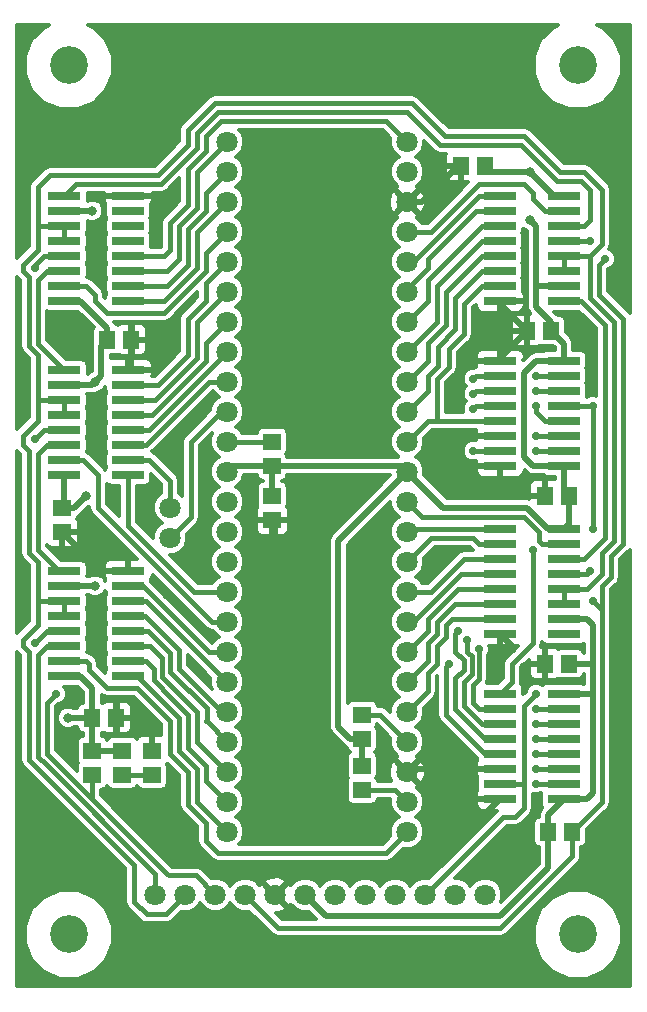
<source format=gtl>
G04 #@! TF.FileFunction,Copper,L1,Top,Signal*
%FSLAX46Y46*%
G04 Gerber Fmt 4.6, Leading zero omitted, Abs format (unit mm)*
G04 Created by KiCad (PCBNEW 4.0.7) date 05/24/21 14:21:38*
%MOMM*%
%LPD*%
G01*
G04 APERTURE LIST*
%ADD10C,0.200000*%
%ADD11R,1.400000X1.500000*%
%ADD12R,1.500000X1.400000*%
%ADD13C,1.800000*%
%ADD14R,2.800000X0.700000*%
%ADD15C,3.200000*%
%ADD16C,0.800000*%
%ADD17C,0.700000*%
%ADD18C,0.500000*%
%ADD19C,0.400000*%
%ADD20C,0.300000*%
G04 APERTURE END LIST*
D10*
D11*
X8250000Y-27254000D03*
X10294700Y-27254000D03*
D12*
X4440000Y-41478000D03*
X4440000Y-43522700D03*
D11*
X6980000Y-59258000D03*
X9024700Y-59258000D03*
X40254000Y-12522000D03*
X38209300Y-12522000D03*
X45842000Y-26492000D03*
X43797300Y-26492000D03*
X47366000Y-40462000D03*
X45321300Y-40462000D03*
X47366000Y-54686000D03*
X45321300Y-54686000D03*
D12*
X22220000Y-40462000D03*
X22220000Y-42506700D03*
X12060000Y-62052000D03*
X12060000Y-64096700D03*
D13*
X12314000Y-74244000D03*
X14854000Y-74244000D03*
X17394000Y-74244000D03*
X19934000Y-74244000D03*
X25014000Y-74244000D03*
X22474000Y-74244000D03*
X27554000Y-74244000D03*
X30094000Y-74244000D03*
X32634000Y-74244000D03*
X35174000Y-74244000D03*
X37714000Y-74244000D03*
X40254000Y-74244000D03*
X13584000Y-41478000D03*
X13584000Y-44018000D03*
D12*
X6980000Y-64084000D03*
X6980000Y-62039300D03*
X29840000Y-63322000D03*
X29840000Y-65366700D03*
X29840000Y-61036000D03*
X29840000Y-58991300D03*
X22220000Y-35890000D03*
X22220000Y-37934700D03*
D11*
X45588000Y-68910000D03*
X47632700Y-68910000D03*
D12*
X9520000Y-64084000D03*
X9520000Y-62039300D03*
D14*
X10028000Y-55702000D03*
X10028000Y-54432000D03*
X10028000Y-53162000D03*
X10028000Y-51892000D03*
X10028000Y-50622000D03*
X10028000Y-49352000D03*
X10028000Y-48082000D03*
X4630500Y-48082000D03*
X4630500Y-49352000D03*
X4630500Y-50622000D03*
X4630500Y-51892000D03*
X4630500Y-53162000D03*
X4630500Y-54432000D03*
X4630500Y-55702000D03*
X10028000Y-46812000D03*
X4630500Y-46812000D03*
X10028000Y-38684000D03*
X10028000Y-37414000D03*
X10028000Y-36144000D03*
X10028000Y-34874000D03*
X10028000Y-33604000D03*
X10028000Y-32334000D03*
X10028000Y-31064000D03*
X4630500Y-31064000D03*
X4630500Y-32334000D03*
X4630500Y-33604000D03*
X4630500Y-34874000D03*
X4630500Y-36144000D03*
X4630500Y-37414000D03*
X4630500Y-38684000D03*
X10028000Y-29794000D03*
X4630500Y-29794000D03*
X10028000Y-23952000D03*
X10028000Y-22682000D03*
X10028000Y-21412000D03*
X10028000Y-20142000D03*
X10028000Y-18872000D03*
X10028000Y-17602000D03*
X10028000Y-16332000D03*
X4630500Y-16332000D03*
X4630500Y-17602000D03*
X4630500Y-18872000D03*
X4630500Y-20142000D03*
X4630500Y-21412000D03*
X4630500Y-22682000D03*
X4630500Y-23952000D03*
X10028000Y-15062000D03*
X4630500Y-15062000D03*
X41524000Y-15062000D03*
X41524000Y-16332000D03*
X41524000Y-17602000D03*
X41524000Y-18872000D03*
X41524000Y-20142000D03*
X41524000Y-21412000D03*
X41524000Y-22682000D03*
X46921500Y-22682000D03*
X46921500Y-21412000D03*
X46921500Y-20142000D03*
X46921500Y-18872000D03*
X46921500Y-17602000D03*
X46921500Y-16332000D03*
X46921500Y-15062000D03*
X41524000Y-23952000D03*
X46921500Y-23952000D03*
X41524000Y-43256000D03*
X41524000Y-44526000D03*
X41524000Y-45796000D03*
X41524000Y-47066000D03*
X41524000Y-48336000D03*
X41524000Y-49606000D03*
X41524000Y-50876000D03*
X46921500Y-50876000D03*
X46921500Y-49606000D03*
X46921500Y-48336000D03*
X46921500Y-47066000D03*
X46921500Y-45796000D03*
X46921500Y-44526000D03*
X46921500Y-43256000D03*
X41524000Y-52146000D03*
X46921500Y-52146000D03*
D13*
X18410000Y-10490000D03*
X18410000Y-13030000D03*
X18410000Y-15570000D03*
X18410000Y-18110000D03*
X18410000Y-20650000D03*
X18410000Y-23190000D03*
X18410000Y-25730000D03*
X18410000Y-28270000D03*
X18410000Y-30810000D03*
X18410000Y-33350000D03*
X18410000Y-35890000D03*
X18410000Y-38430000D03*
X18410000Y-40970000D03*
X18410000Y-43510000D03*
X18410000Y-46050000D03*
X18410000Y-48590000D03*
X18410000Y-51130000D03*
X18410000Y-53670000D03*
X18410000Y-56210000D03*
X18410000Y-58750000D03*
X18410000Y-61290000D03*
X18410000Y-63830000D03*
X18410000Y-66370000D03*
X18410000Y-68910000D03*
X33650000Y-68910000D03*
X33650000Y-66370000D03*
X33650000Y-63830000D03*
X33650000Y-61290000D03*
X33650000Y-58750000D03*
X33650000Y-56210000D03*
X33650000Y-53670000D03*
X33650000Y-51130000D03*
X33650000Y-48590000D03*
X33650000Y-46050000D03*
X33650000Y-43510000D03*
X33650000Y-40970000D03*
X33650000Y-38430000D03*
X33650000Y-35890000D03*
X33650000Y-33350000D03*
X33650000Y-30810000D03*
X33650000Y-28270000D03*
X33650000Y-25730000D03*
X33650000Y-23190000D03*
X33650000Y-20650000D03*
X33650000Y-18110000D03*
X33650000Y-15570000D03*
X33650000Y-13030000D03*
X33650000Y-10490000D03*
D14*
X41524000Y-29032000D03*
X41524000Y-30302000D03*
X41524000Y-31572000D03*
X41524000Y-32842000D03*
X41524000Y-34112000D03*
X41524000Y-35382000D03*
X41524000Y-36652000D03*
X46921500Y-36652000D03*
X46921500Y-35382000D03*
X46921500Y-34112000D03*
X46921500Y-32842000D03*
X46921500Y-31572000D03*
X46921500Y-30302000D03*
X46921500Y-29032000D03*
X41524000Y-37922000D03*
X46921500Y-37922000D03*
X41524000Y-57226000D03*
X41524000Y-58496000D03*
X41524000Y-59766000D03*
X41524000Y-61036000D03*
X41524000Y-62306000D03*
X41524000Y-63576000D03*
X41524000Y-64846000D03*
X46921500Y-64846000D03*
X46921500Y-63576000D03*
X46921500Y-62306000D03*
X46921500Y-61036000D03*
X46921500Y-59766000D03*
X46921500Y-58496000D03*
X46921500Y-57226000D03*
X41524000Y-66116000D03*
X46921500Y-66116000D03*
D15*
X48100000Y-77600000D03*
X5000000Y-77600000D03*
X5000000Y-4000000D03*
X48100000Y-4000000D03*
D16*
X7234000Y-30810000D03*
X7234000Y-48082000D03*
X4948000Y-59258000D03*
X6980000Y-16332000D03*
X6472000Y-40462000D03*
X44064000Y-13030000D03*
X44064000Y-17094000D03*
X12314000Y-60020000D03*
X1392000Y-50368000D03*
X1392000Y-47066000D03*
X4694000Y-62052000D03*
X4694000Y-60782000D03*
X3424000Y-25730000D03*
X5456000Y-26746000D03*
X1392000Y-32842000D03*
X1392000Y-29032000D03*
X6472000Y-44018000D03*
X7488000Y-49606000D03*
X7488000Y-51384000D03*
X7488000Y-53416000D03*
X12314000Y-18110000D03*
X35682000Y-12014000D03*
X36698000Y-15316000D03*
X50414000Y-12522000D03*
X25522000Y-5410000D03*
X47620000Y-10744000D03*
X43048000Y-7950000D03*
X37968000Y-7950000D03*
X39238000Y-3124000D03*
X34412000Y-5410000D03*
X51430000Y-22682000D03*
X39746000Y-25222000D03*
X49144000Y-27762000D03*
X49398000Y-30810000D03*
X39238000Y-39954000D03*
X36444000Y-38938000D03*
X35682000Y-37160000D03*
X51430000Y-48844000D03*
X51430000Y-53924000D03*
X49652000Y-71450000D03*
X50922000Y-68656000D03*
X38730000Y-66116000D03*
X35174000Y-70688000D03*
X35936000Y-67640000D03*
X35936000Y-64846000D03*
X35682000Y-60020000D03*
X37714000Y-62306000D03*
X42286000Y-72212000D03*
X43810000Y-70942000D03*
X37714000Y-79832000D03*
X43048000Y-79832000D03*
X22474000Y-80086000D03*
X2154000Y-65100000D03*
X3424000Y-67894000D03*
X2662000Y-71450000D03*
X5964000Y-69672000D03*
X9012000Y-72720000D03*
X10028000Y-76530000D03*
X12314000Y-79832000D03*
X20696000Y-68402000D03*
X11044000Y-67894000D03*
X14346000Y-71450000D03*
X13838000Y-69164000D03*
X16632000Y-51892000D03*
X13330000Y-48844000D03*
X7742000Y-20650000D03*
X7742000Y-18364000D03*
X13838000Y-36398000D03*
X15870000Y-33604000D03*
X7742000Y-36906000D03*
X7234000Y-33350000D03*
X12568000Y-28778000D03*
X2916000Y-11252000D03*
X8758000Y-10744000D03*
X12060000Y-7188000D03*
X14346000Y-3124000D03*
X23744000Y-28270000D03*
X21204000Y-25730000D03*
X23744000Y-23190000D03*
X21204000Y-20650000D03*
X23744000Y-18110000D03*
X21204000Y-14554000D03*
X27300000Y-10744000D03*
X30856000Y-13284000D03*
X26792000Y-36144000D03*
X30856000Y-34620000D03*
X26792000Y-32080000D03*
X30856000Y-29286000D03*
X26792000Y-27000000D03*
X30856000Y-24460000D03*
X26792000Y-21666000D03*
X31110000Y-19380000D03*
X26792000Y-16840000D03*
X25522000Y-42494000D03*
X27300000Y-68910000D03*
X24252000Y-46304000D03*
X26030000Y-49860000D03*
X24252000Y-53416000D03*
X26030000Y-57734000D03*
X24252000Y-61544000D03*
X26030000Y-65354000D03*
X29078000Y-40208000D03*
X30348000Y-44526000D03*
X29586000Y-54940000D03*
X30348000Y-51638000D03*
X29586000Y-47828000D03*
X7996000Y-44018000D03*
X11552000Y-59258000D03*
X37714000Y-45034000D03*
X15870000Y-55194000D03*
X41016000Y-25730000D03*
X16124000Y-46558000D03*
X11298000Y-40208000D03*
X16632000Y-36906000D03*
X9012000Y-41478000D03*
X43556000Y-54940000D03*
X43302000Y-39192000D03*
X13838000Y-25984000D03*
X13330000Y-15062000D03*
X42540000Y-53416000D03*
X37460000Y-33096000D03*
X36952000Y-35382000D03*
X25522000Y-39700000D03*
X22474000Y-69672000D03*
D17*
X2154000Y-21158000D03*
X2154000Y-52908000D03*
X2154000Y-35636000D03*
X3932000Y-57226000D03*
X49144000Y-18872000D03*
X50414000Y-20396000D03*
X49144000Y-46812000D03*
X49398000Y-49352000D03*
X44572000Y-58496000D03*
X44572000Y-30302000D03*
X39238000Y-36652000D03*
X44572000Y-57226000D03*
X44572000Y-61036000D03*
X44572000Y-32842000D03*
X44572000Y-35382000D03*
X44572000Y-36652000D03*
X39238000Y-30556000D03*
X39238000Y-31826000D03*
X39238000Y-33096000D03*
X44572000Y-31572000D03*
X38730000Y-52654000D03*
X37968000Y-51892000D03*
X37206000Y-54686000D03*
X44572000Y-59766000D03*
X44572000Y-62306000D03*
X44572000Y-63576000D03*
X44572000Y-64846000D03*
X39746000Y-53416000D03*
X49398000Y-43256000D03*
X49398000Y-32842000D03*
X44318000Y-45034000D03*
D18*
X22220000Y-37934700D02*
X22220000Y-40462000D01*
X18410000Y-38430000D02*
X18905300Y-37934700D01*
X18905300Y-37934700D02*
X22220000Y-37934700D01*
X22220000Y-37934700D02*
X33154700Y-37934700D01*
X33154700Y-37934700D02*
X33650000Y-38430000D01*
X7234000Y-48082000D02*
X4630500Y-48082000D01*
X6980000Y-59258000D02*
X4948000Y-59258000D01*
X4630500Y-55702000D02*
X5964000Y-55702000D01*
X5964000Y-55702000D02*
X6980000Y-56718000D01*
X6980000Y-56718000D02*
X6980000Y-59258000D01*
X4630500Y-23952000D02*
X5964000Y-23952000D01*
X5964000Y-23952000D02*
X8250000Y-26238000D01*
X8250000Y-26238000D02*
X8250000Y-27254000D01*
X7234000Y-30810000D02*
X7742000Y-30302000D01*
X7742000Y-30302000D02*
X7742000Y-27762000D01*
X7742000Y-27762000D02*
X8250000Y-27254000D01*
X6980000Y-16332000D02*
X4630500Y-16332000D01*
X47366000Y-54686000D02*
X49398000Y-54686000D01*
X27808000Y-44526000D02*
X27808000Y-44272000D01*
X33650000Y-38430000D02*
X28570000Y-43510000D01*
X28824000Y-61036000D02*
X27808000Y-60020000D01*
X27808000Y-60020000D02*
X27808000Y-44526000D01*
X28824000Y-61036000D02*
X29840000Y-61036000D01*
X27808000Y-44272000D02*
X28570000Y-43510000D01*
X44064000Y-13030000D02*
X46096000Y-15062000D01*
X46096000Y-15062000D02*
X46921500Y-15062000D01*
X40254000Y-12522000D02*
X40762000Y-13030000D01*
X40762000Y-13030000D02*
X44064000Y-13030000D01*
X6980000Y-31064000D02*
X7234000Y-30810000D01*
X6980000Y-31064000D02*
X4630500Y-31064000D01*
X5456000Y-41478000D02*
X4440000Y-41478000D01*
X6472000Y-40462000D02*
X5456000Y-41478000D01*
X8250000Y-27254000D02*
X8250000Y-26746000D01*
X44572000Y-22682000D02*
X46921500Y-22682000D01*
X44572000Y-23190000D02*
X44572000Y-22682000D01*
X44572000Y-22682000D02*
X44572000Y-17602000D01*
X44572000Y-23190000D02*
X44572000Y-24460000D01*
X44572000Y-24460000D02*
X45842000Y-25730000D01*
X45842000Y-26492000D02*
X45842000Y-25730000D01*
X44572000Y-17602000D02*
X44064000Y-17094000D01*
X46921500Y-37922000D02*
X44318000Y-37922000D01*
X44572000Y-29032000D02*
X46921500Y-29032000D01*
X43556000Y-30048000D02*
X44572000Y-29032000D01*
X43556000Y-37160000D02*
X43556000Y-30048000D01*
X44318000Y-37922000D02*
X43556000Y-37160000D01*
X33650000Y-38430000D02*
X36698000Y-41478000D01*
X43810000Y-41478000D02*
X45588000Y-43256000D01*
X36698000Y-41478000D02*
X43810000Y-41478000D01*
X45588000Y-43256000D02*
X46921500Y-43256000D01*
X25014000Y-74244000D02*
X26792000Y-76022000D01*
X26792000Y-76022000D02*
X40254000Y-76022000D01*
X40254000Y-76022000D02*
X41016000Y-76022000D01*
X41016000Y-76022000D02*
X41524000Y-76022000D01*
X41524000Y-76022000D02*
X45588000Y-71958000D01*
X45588000Y-71958000D02*
X45588000Y-68910000D01*
X45842000Y-26492000D02*
X46921500Y-27571500D01*
X46921500Y-27571500D02*
X46921500Y-29032000D01*
X46921500Y-37922000D02*
X46921500Y-40017500D01*
X46921500Y-40017500D02*
X47366000Y-40462000D01*
X47366000Y-40462000D02*
X47366000Y-42811500D01*
X47366000Y-42811500D02*
X46921500Y-43256000D01*
X46921500Y-57226000D02*
X49398000Y-57226000D01*
X49398000Y-57988000D02*
X49398000Y-57226000D01*
X49398000Y-57226000D02*
X49398000Y-54686000D01*
X49398000Y-54686000D02*
X49398000Y-51384000D01*
X48890000Y-66116000D02*
X49398000Y-65608000D01*
X49398000Y-65608000D02*
X49398000Y-57988000D01*
X46921500Y-66116000D02*
X48890000Y-66116000D01*
X48890000Y-50876000D02*
X46921500Y-50876000D01*
X49398000Y-51384000D02*
X48890000Y-50876000D01*
X29840000Y-61036000D02*
X29840000Y-63322000D01*
X46921500Y-66116000D02*
X45588000Y-67449500D01*
X45588000Y-67449500D02*
X45588000Y-68910000D01*
X9520000Y-62039300D02*
X6980000Y-62039300D01*
X6980000Y-59258000D02*
X6980000Y-62039300D01*
X4440000Y-41478000D02*
X4630500Y-41287500D01*
X4630500Y-41287500D02*
X4630500Y-38684000D01*
X22474000Y-45288000D02*
X24252000Y-45288000D01*
X22474000Y-42760700D02*
X22474000Y-45288000D01*
X22474000Y-45288000D02*
X22474000Y-46558000D01*
X22474000Y-46558000D02*
X22474000Y-69672000D01*
X22474000Y-42760700D02*
X22220000Y-42506700D01*
X12060000Y-60274000D02*
X12060000Y-62052000D01*
X12314000Y-60020000D02*
X12060000Y-60274000D01*
X1392000Y-50368000D02*
X1392000Y-47066000D01*
X4440000Y-26746000D02*
X3424000Y-25730000D01*
X5456000Y-26746000D02*
X4440000Y-26746000D01*
X1392000Y-29032000D02*
X1392000Y-32842000D01*
X7996000Y-44018000D02*
X6472000Y-44018000D01*
X7488000Y-53416000D02*
X7488000Y-51384000D01*
X35936000Y-14554000D02*
X35682000Y-14300000D01*
X35682000Y-14300000D02*
X35682000Y-12014000D01*
X35936000Y-14554000D02*
X36698000Y-15316000D01*
X50414000Y-12522000D02*
X51430000Y-13538000D01*
X37968000Y-7950000D02*
X43048000Y-7950000D01*
X36952000Y-5410000D02*
X39238000Y-3124000D01*
X34412000Y-5410000D02*
X36952000Y-5410000D01*
X51430000Y-13538000D02*
X51430000Y-22682000D01*
X41016000Y-25730000D02*
X40254000Y-25730000D01*
X40254000Y-25730000D02*
X39746000Y-25222000D01*
X49144000Y-27762000D02*
X49398000Y-28016000D01*
X49398000Y-28016000D02*
X49398000Y-30810000D01*
X35682000Y-38176000D02*
X36444000Y-38938000D01*
X35682000Y-37160000D02*
X35682000Y-38176000D01*
X51430000Y-53924000D02*
X51430000Y-48844000D01*
X50922000Y-70180000D02*
X49652000Y-71450000D01*
X50922000Y-68656000D02*
X50922000Y-70180000D01*
X37714000Y-66116000D02*
X38730000Y-66116000D01*
X37714000Y-65100000D02*
X37460000Y-64846000D01*
X35936000Y-69926000D02*
X35174000Y-70688000D01*
X35936000Y-67640000D02*
X35936000Y-69926000D01*
X37460000Y-64846000D02*
X35936000Y-64846000D01*
X37714000Y-63576000D02*
X37714000Y-62306000D01*
X42286000Y-72212000D02*
X43556000Y-70942000D01*
X43556000Y-70942000D02*
X43810000Y-70942000D01*
X22728000Y-79832000D02*
X37714000Y-79832000D01*
X22728000Y-79832000D02*
X22474000Y-80086000D01*
X22474000Y-80086000D02*
X12568000Y-80086000D01*
X3424000Y-66370000D02*
X2154000Y-65100000D01*
X3424000Y-67894000D02*
X3424000Y-66370000D01*
X4186000Y-71450000D02*
X2662000Y-71450000D01*
X5964000Y-69672000D02*
X4186000Y-71450000D01*
X9012000Y-75514000D02*
X9012000Y-72720000D01*
X10028000Y-76530000D02*
X9012000Y-75514000D01*
X12568000Y-80086000D02*
X12314000Y-79832000D01*
X22474000Y-69672000D02*
X21966000Y-69672000D01*
X21966000Y-69672000D02*
X20696000Y-68402000D01*
X11044000Y-67894000D02*
X12568000Y-67894000D01*
X12568000Y-67894000D02*
X13838000Y-69164000D01*
X7742000Y-18364000D02*
X7742000Y-20650000D01*
X13838000Y-36398000D02*
X13838000Y-35636000D01*
X13838000Y-35636000D02*
X15870000Y-33604000D01*
X7742000Y-36906000D02*
X7234000Y-36398000D01*
X7234000Y-36398000D02*
X7234000Y-33350000D01*
X12568000Y-27254000D02*
X12568000Y-28778000D01*
X3424000Y-10744000D02*
X2916000Y-11252000D01*
X8758000Y-10744000D02*
X3424000Y-10744000D01*
X14346000Y-4902000D02*
X12060000Y-7188000D01*
X14346000Y-3124000D02*
X14346000Y-4902000D01*
X21204000Y-25730000D02*
X23744000Y-28270000D01*
X21204000Y-20650000D02*
X23744000Y-23190000D01*
X21204000Y-15570000D02*
X23744000Y-18110000D01*
X21204000Y-14554000D02*
X21204000Y-15570000D01*
X29840000Y-13284000D02*
X27300000Y-10744000D01*
X30856000Y-13284000D02*
X29840000Y-13284000D01*
X26792000Y-36144000D02*
X29332000Y-36144000D01*
X29332000Y-36144000D02*
X30856000Y-34620000D01*
X26792000Y-32080000D02*
X28062000Y-32080000D01*
X28062000Y-32080000D02*
X30856000Y-29286000D01*
X26792000Y-27000000D02*
X28316000Y-27000000D01*
X28316000Y-27000000D02*
X30856000Y-24460000D01*
X26792000Y-21666000D02*
X28824000Y-21666000D01*
X28824000Y-21666000D02*
X31110000Y-19380000D01*
X25522000Y-42494000D02*
X24252000Y-43764000D01*
X24252000Y-43764000D02*
X24252000Y-45288000D01*
X24252000Y-45288000D02*
X24252000Y-46304000D01*
X26030000Y-49860000D02*
X24252000Y-51638000D01*
X24252000Y-51638000D02*
X24252000Y-53416000D01*
X26030000Y-57734000D02*
X24252000Y-59512000D01*
X24252000Y-59512000D02*
X24252000Y-61544000D01*
X26030000Y-65354000D02*
X26030000Y-67640000D01*
X26030000Y-67640000D02*
X27300000Y-68910000D01*
X30348000Y-44526000D02*
X30348000Y-47066000D01*
X29586000Y-52400000D02*
X29586000Y-54940000D01*
X30348000Y-51638000D02*
X29586000Y-52400000D01*
X30348000Y-47066000D02*
X29586000Y-47828000D01*
X7996000Y-45542000D02*
X7996000Y-44018000D01*
X11552000Y-59258000D02*
X11044000Y-59258000D01*
X10536000Y-59258000D02*
X11044000Y-59258000D01*
X10536000Y-59258000D02*
X9024700Y-59258000D01*
X8758000Y-45542000D02*
X10028000Y-45542000D01*
X7996000Y-45542000D02*
X8758000Y-45542000D01*
X10028000Y-45542000D02*
X10028000Y-46812000D01*
X41016000Y-25730000D02*
X41016000Y-26492000D01*
X41016000Y-26492000D02*
X43797300Y-26492000D01*
X16378000Y-37160000D02*
X16378000Y-46304000D01*
X16378000Y-46304000D02*
X16124000Y-46558000D01*
X16632000Y-36906000D02*
X16378000Y-37160000D01*
X45321300Y-54686000D02*
X43810000Y-54686000D01*
X43810000Y-54686000D02*
X43556000Y-54940000D01*
X43302000Y-40462000D02*
X43302000Y-40208000D01*
X43302000Y-39192000D02*
X43302000Y-40462000D01*
X12568000Y-27254000D02*
X10294700Y-27254000D01*
X13838000Y-25984000D02*
X12568000Y-27254000D01*
X4440000Y-43522700D02*
X6459300Y-45542000D01*
X6459300Y-45542000D02*
X7996000Y-45542000D01*
X13330000Y-15062000D02*
X10028000Y-15062000D01*
X42540000Y-53162000D02*
X41524000Y-52146000D01*
X42540000Y-53416000D02*
X42540000Y-53162000D01*
X37968000Y-35382000D02*
X37968000Y-36398000D01*
X38730000Y-37922000D02*
X37968000Y-37160000D01*
X37968000Y-37160000D02*
X37968000Y-36398000D01*
X38730000Y-37922000D02*
X41524000Y-37922000D01*
X38984000Y-35382000D02*
X37968000Y-35382000D01*
X37968000Y-35382000D02*
X36952000Y-35382000D01*
X41524000Y-35382000D02*
X38984000Y-35382000D01*
X38984000Y-29032000D02*
X37460000Y-30556000D01*
X37460000Y-30556000D02*
X37460000Y-33096000D01*
X38984000Y-29032000D02*
X41524000Y-29032000D01*
X41524000Y-37922000D02*
X41524000Y-39954000D01*
X41524000Y-39954000D02*
X42032000Y-40462000D01*
X42032000Y-40462000D02*
X45321300Y-40462000D01*
X41524000Y-29032000D02*
X41524000Y-28765300D01*
X41524000Y-28765300D02*
X43797300Y-26492000D01*
X37714000Y-63576000D02*
X37714000Y-65100000D01*
X37714000Y-65100000D02*
X37714000Y-66116000D01*
X37714000Y-66116000D02*
X37714000Y-69926000D01*
X37714000Y-69926000D02*
X37714000Y-69672000D01*
X37714000Y-69672000D02*
X37714000Y-69926000D01*
X22474000Y-74244000D02*
X24760000Y-71958000D01*
X24760000Y-71958000D02*
X35682000Y-71958000D01*
X35682000Y-71958000D02*
X37714000Y-69926000D01*
X37714000Y-69926000D02*
X41524000Y-66116000D01*
X41524000Y-23952000D02*
X41524000Y-24218700D01*
X41524000Y-24218700D02*
X43797300Y-26492000D01*
X37968000Y-12522000D02*
X35936000Y-14554000D01*
X35936000Y-14554000D02*
X34920000Y-15570000D01*
X34920000Y-15570000D02*
X33650000Y-15570000D01*
X37968000Y-12522000D02*
X38209300Y-12522000D01*
X10294700Y-27254000D02*
X10294700Y-29527300D01*
X10294700Y-29527300D02*
X10028000Y-29794000D01*
X33650000Y-63830000D02*
X33904000Y-63576000D01*
X33904000Y-63576000D02*
X37714000Y-63576000D01*
X37714000Y-63576000D02*
X38222000Y-63576000D01*
X38222000Y-63576000D02*
X41524000Y-63576000D01*
D19*
X9520000Y-64084000D02*
X12047300Y-64084000D01*
X12047300Y-64084000D02*
X12060000Y-64096700D01*
X2408000Y-55194000D02*
X2408000Y-53924000D01*
X2662000Y-62814000D02*
X2408000Y-62560000D01*
X2408000Y-62560000D02*
X2408000Y-55194000D01*
X12314000Y-74244000D02*
X12314000Y-72466000D01*
X12314000Y-72466000D02*
X2789000Y-62941000D01*
X2789000Y-62941000D02*
X2662000Y-62814000D01*
X3170000Y-53162000D02*
X4630500Y-53162000D01*
X2408000Y-53924000D02*
X3170000Y-53162000D01*
X2408000Y-17602000D02*
X4630500Y-17602000D01*
X2408000Y-18618000D02*
X2408000Y-17602000D01*
X2408000Y-17602000D02*
X2408000Y-14300000D01*
X49906000Y-14300000D02*
X50160000Y-14554000D01*
X50160000Y-14554000D02*
X50160000Y-19126000D01*
X46604000Y-13030000D02*
X48636000Y-13030000D01*
X34046002Y-7188000D02*
X36840002Y-9982000D01*
X36840002Y-9982000D02*
X43556000Y-9982000D01*
X43556000Y-9982000D02*
X46604000Y-13030000D01*
X12568000Y-13284000D02*
X15108000Y-10744000D01*
X15108000Y-10744000D02*
X15108000Y-9474000D01*
X15108000Y-9474000D02*
X17394000Y-7188000D01*
X17394000Y-7188000D02*
X20330002Y-7188000D01*
X20330002Y-7188000D02*
X34046002Y-7188000D01*
X48636000Y-13030000D02*
X49906000Y-14300000D01*
X49144000Y-20142000D02*
X50160000Y-19126000D01*
X1646000Y-21920000D02*
X1138000Y-21412000D01*
X1138000Y-21412000D02*
X1138000Y-20904000D01*
X1138000Y-20904000D02*
X2408000Y-19634000D01*
X2408000Y-19634000D02*
X2408000Y-18618000D01*
X1646000Y-23190000D02*
X1646000Y-27000000D01*
X2408000Y-28524000D02*
X1646000Y-27762000D01*
X1646000Y-27762000D02*
X1646000Y-27000000D01*
X2408000Y-28524000D02*
X2408000Y-32334000D01*
X1646000Y-23190000D02*
X1646000Y-21920000D01*
X3424000Y-13284000D02*
X12568000Y-13284000D01*
X2408000Y-14300000D02*
X3424000Y-13284000D01*
X1646000Y-54178000D02*
X1646000Y-53670000D01*
X1646000Y-62814000D02*
X1646000Y-54686000D01*
X12600000Y-75900000D02*
X13198000Y-75900000D01*
X10536000Y-74836000D02*
X11600000Y-75900000D01*
X11600000Y-75900000D02*
X12600000Y-75900000D01*
X10536000Y-71704000D02*
X2154000Y-63322000D01*
X10536000Y-74700000D02*
X10536000Y-71704000D01*
X10536000Y-74700000D02*
X10536000Y-74836000D01*
X14854000Y-74244000D02*
X13198000Y-75900000D01*
X2154000Y-63322000D02*
X1646000Y-62814000D01*
X2408000Y-50114000D02*
X2408000Y-49352000D01*
X1646000Y-54686000D02*
X1646000Y-54178000D01*
X2408000Y-51384000D02*
X2408000Y-50114000D01*
X1138000Y-52654000D02*
X2408000Y-51384000D01*
X1138000Y-53162000D02*
X1138000Y-52654000D01*
X1646000Y-53670000D02*
X1138000Y-53162000D01*
X2408000Y-32334000D02*
X4630500Y-32334000D01*
X2408000Y-33096000D02*
X2408000Y-32334000D01*
X1646000Y-45288000D02*
X1646000Y-36652000D01*
X2408000Y-49352000D02*
X2408000Y-46050000D01*
X2408000Y-46050000D02*
X1646000Y-45288000D01*
X2408000Y-34112000D02*
X2408000Y-33096000D01*
X1138000Y-35382000D02*
X2408000Y-34112000D01*
X1138000Y-36144000D02*
X1138000Y-35382000D01*
X1646000Y-36652000D02*
X1138000Y-36144000D01*
X4630500Y-49352000D02*
X2408000Y-49352000D01*
X50160000Y-47066000D02*
X50160000Y-45542000D01*
X51176000Y-25730000D02*
X49144000Y-23698000D01*
X49144000Y-20142000D02*
X49144000Y-23698000D01*
X48890000Y-48336000D02*
X46921500Y-48336000D01*
X50160000Y-47066000D02*
X48890000Y-48336000D01*
X51176000Y-43510000D02*
X51176000Y-25730000D01*
X51176000Y-44272000D02*
X51176000Y-43510000D01*
X50160000Y-45288000D02*
X51176000Y-44272000D01*
X50160000Y-45542000D02*
X50160000Y-45288000D01*
X49144000Y-20142000D02*
X46921500Y-20142000D01*
X46921500Y-48336000D02*
X46921500Y-49606000D01*
X46921500Y-20142000D02*
X46921500Y-21412000D01*
X4630500Y-49352000D02*
X4630500Y-50622000D01*
X4630500Y-32334000D02*
X4630500Y-33604000D01*
X4630500Y-17602000D02*
X4630500Y-18872000D01*
X2916000Y-20142000D02*
X4630500Y-20142000D01*
X2154000Y-20904000D02*
X2916000Y-20142000D01*
X2154000Y-21158000D02*
X2154000Y-20904000D01*
X4630500Y-51892000D02*
X3170000Y-51892000D01*
X3170000Y-51892000D02*
X2154000Y-52908000D01*
X4630500Y-34874000D02*
X2916000Y-34874000D01*
X2916000Y-34874000D02*
X2154000Y-35636000D01*
X3424000Y-62560000D02*
X3170000Y-62306000D01*
X3424000Y-57734000D02*
X3932000Y-57226000D01*
X4948000Y-64084000D02*
X6980000Y-66116000D01*
X4948000Y-64084000D02*
X3932000Y-63068000D01*
X3932000Y-63068000D02*
X3424000Y-62560000D01*
X3170000Y-57988000D02*
X3424000Y-57734000D01*
X3170000Y-62306000D02*
X3170000Y-57988000D01*
X13330000Y-72466000D02*
X13464000Y-72600000D01*
X13464000Y-72600000D02*
X15750000Y-72600000D01*
X15750000Y-72600000D02*
X17394000Y-74244000D01*
X6980000Y-66116000D02*
X13330000Y-72466000D01*
X6980000Y-64084000D02*
X6980000Y-65862000D01*
X6980000Y-66116000D02*
X6980000Y-65862000D01*
X50922000Y-47320000D02*
X50922000Y-45796000D01*
X51938000Y-44018000D02*
X51938000Y-25476000D01*
X50160000Y-50114000D02*
X50160000Y-48082000D01*
X50160000Y-48082000D02*
X50922000Y-47320000D01*
X49906000Y-20904000D02*
X50414000Y-20396000D01*
X49906000Y-23444000D02*
X49906000Y-20904000D01*
X51938000Y-25476000D02*
X49906000Y-23444000D01*
X49144000Y-18872000D02*
X46921500Y-18872000D01*
X51938000Y-44526000D02*
X51938000Y-44018000D01*
X50922000Y-45542000D02*
X51938000Y-44526000D01*
X50922000Y-45796000D02*
X50922000Y-45542000D01*
X40762000Y-77038000D02*
X41524000Y-77038000D01*
X47632700Y-68910000D02*
X47632700Y-70167300D01*
X22728000Y-77038000D02*
X40762000Y-77038000D01*
X21966000Y-76276000D02*
X19934000Y-74244000D01*
X21966000Y-76276000D02*
X22728000Y-77038000D01*
X47632700Y-70929300D02*
X47632700Y-70167300D01*
X41524000Y-77038000D02*
X47632700Y-70929300D01*
X50160000Y-50114000D02*
X49398000Y-49352000D01*
X50160000Y-66382700D02*
X50160000Y-50114000D01*
X47632700Y-68910000D02*
X50160000Y-66382700D01*
X48890000Y-47066000D02*
X46921500Y-47066000D01*
X49144000Y-46812000D02*
X48890000Y-47066000D01*
X29840000Y-58991300D02*
X31351300Y-58991300D01*
X31351300Y-58991300D02*
X33650000Y-61290000D01*
X29840000Y-65366700D02*
X32646700Y-65366700D01*
X32646700Y-65366700D02*
X33650000Y-66370000D01*
X22220000Y-35890000D02*
X18410000Y-35890000D01*
X44572000Y-58496000D02*
X46921500Y-58496000D01*
X46921500Y-30302000D02*
X44572000Y-30302000D01*
X43556000Y-58496000D02*
X43556000Y-58242000D01*
X41524000Y-36652000D02*
X39238000Y-36652000D01*
X43556000Y-64338000D02*
X43556000Y-59258000D01*
X43556000Y-59258000D02*
X43556000Y-59004000D01*
X43556000Y-59004000D02*
X43556000Y-58496000D01*
X43556000Y-64338000D02*
X43556000Y-64846000D01*
X43556000Y-58242000D02*
X44572000Y-57226000D01*
X41524000Y-64846000D02*
X43556000Y-64846000D01*
X43556000Y-64846000D02*
X43556000Y-65862000D01*
X35174000Y-74244000D02*
X41778000Y-67640000D01*
X42794000Y-67640000D02*
X41778000Y-67640000D01*
X43556000Y-66878000D02*
X42794000Y-67640000D01*
X43556000Y-65862000D02*
X43556000Y-66878000D01*
X44572000Y-61036000D02*
X46921500Y-61036000D01*
X10028000Y-37414000D02*
X11806000Y-37414000D01*
X13584000Y-39192000D02*
X13584000Y-41478000D01*
X11806000Y-37414000D02*
X13584000Y-39192000D01*
X13584000Y-44018000D02*
X15108000Y-42494000D01*
X15362000Y-35890000D02*
X17902000Y-33350000D01*
X15362000Y-42240000D02*
X15362000Y-35890000D01*
X15108000Y-42494000D02*
X15362000Y-42240000D01*
X18410000Y-33350000D02*
X17902000Y-33350000D01*
X15870000Y-65100000D02*
X15870000Y-66370000D01*
X18410000Y-68910000D02*
X16632000Y-67132000D01*
X15870000Y-63576000D02*
X15870000Y-65100000D01*
X14346000Y-62052000D02*
X15870000Y-63576000D01*
X14346000Y-59258000D02*
X14346000Y-62052000D01*
X14346000Y-59258000D02*
X10790000Y-55702000D01*
X15870000Y-66370000D02*
X16632000Y-67132000D01*
X10028000Y-55702000D02*
X10790000Y-55702000D01*
X13652000Y-57548000D02*
X12200000Y-56096000D01*
X11532000Y-54432000D02*
X10028000Y-54432000D01*
X12200000Y-55100000D02*
X11532000Y-54432000D01*
X12200000Y-56096000D02*
X12200000Y-55100000D01*
X16632000Y-64592000D02*
X18410000Y-66370000D01*
X16632000Y-63322000D02*
X16632000Y-64592000D01*
X15108000Y-61798000D02*
X16632000Y-63322000D01*
X15108000Y-59004000D02*
X15108000Y-61798000D01*
X13584000Y-57480000D02*
X13652000Y-57548000D01*
X13652000Y-57548000D02*
X15108000Y-59004000D01*
X14360000Y-57240000D02*
X12900000Y-55780000D01*
X11862000Y-53162000D02*
X10028000Y-53162000D01*
X12900000Y-54200000D02*
X11862000Y-53162000D01*
X12900000Y-55780000D02*
X12900000Y-54200000D01*
X18410000Y-63830000D02*
X16632000Y-62052000D01*
X15870000Y-61290000D02*
X16632000Y-62052000D01*
X15870000Y-58750000D02*
X15870000Y-61290000D01*
X14346000Y-57226000D02*
X14360000Y-57240000D01*
X14360000Y-57240000D02*
X15870000Y-58750000D01*
X16660000Y-59540000D02*
X16660000Y-58460000D01*
X11692000Y-51892000D02*
X10028000Y-51892000D01*
X13600000Y-53800000D02*
X11692000Y-51892000D01*
X13600000Y-55400000D02*
X13600000Y-53800000D01*
X16660000Y-58460000D02*
X13600000Y-55400000D01*
X16632000Y-59512000D02*
X16660000Y-59540000D01*
X16660000Y-59540000D02*
X18410000Y-61290000D01*
X10028000Y-50622000D02*
X11422000Y-50622000D01*
X11422000Y-50622000D02*
X14300000Y-53500000D01*
X14300000Y-53500000D02*
X14300000Y-55100000D01*
X14300000Y-55100000D02*
X17950000Y-58750000D01*
X17950000Y-58750000D02*
X18410000Y-58750000D01*
X10028000Y-49352000D02*
X11552000Y-49352000D01*
X11552000Y-49352000D02*
X18410000Y-56210000D01*
X10028000Y-48082000D02*
X11282000Y-48082000D01*
X11282000Y-48082000D02*
X16870000Y-53670000D01*
X16870000Y-53670000D02*
X18410000Y-53670000D01*
X7488000Y-55956000D02*
X6726000Y-55194000D01*
X13584000Y-62306000D02*
X15108000Y-63830000D01*
X15108000Y-63830000D02*
X15108000Y-66624000D01*
X15108000Y-66624000D02*
X16632000Y-68148000D01*
X16632000Y-68148000D02*
X16632000Y-69672000D01*
X16632000Y-69672000D02*
X17648000Y-70688000D01*
X13584000Y-61798000D02*
X13584000Y-62052000D01*
X13584000Y-59512000D02*
X13584000Y-61798000D01*
X10790000Y-56718000D02*
X13584000Y-59512000D01*
X8250000Y-56718000D02*
X10790000Y-56718000D01*
X7488000Y-55956000D02*
X8250000Y-56718000D01*
X33650000Y-68910000D02*
X31872000Y-70688000D01*
X17648000Y-70688000D02*
X31872000Y-70688000D01*
X13584000Y-62052000D02*
X13584000Y-62306000D01*
X6472000Y-54432000D02*
X4630500Y-54432000D01*
X6726000Y-54686000D02*
X6472000Y-54432000D01*
X6726000Y-55194000D02*
X6726000Y-54686000D01*
X4630500Y-46812000D02*
X4186000Y-46812000D01*
X4186000Y-46812000D02*
X2408000Y-45034000D01*
X2408000Y-45034000D02*
X2408000Y-36906000D01*
X2408000Y-36906000D02*
X3170000Y-36144000D01*
X3170000Y-36144000D02*
X4630500Y-36144000D01*
X10028000Y-38684000D02*
X10028000Y-43002000D01*
X15616000Y-48590000D02*
X18410000Y-48590000D01*
X10028000Y-43002000D02*
X15616000Y-48590000D01*
X10028000Y-36144000D02*
X11552000Y-36144000D01*
X16886000Y-30810000D02*
X18410000Y-30810000D01*
X11552000Y-36144000D02*
X16886000Y-30810000D01*
X10028000Y-34874000D02*
X11806000Y-34874000D01*
X11806000Y-34874000D02*
X18410000Y-28270000D01*
X10028000Y-33604000D02*
X12060000Y-33604000D01*
X16632000Y-27508000D02*
X18410000Y-25730000D01*
X16632000Y-29032000D02*
X16632000Y-27508000D01*
X12060000Y-33604000D02*
X16632000Y-29032000D01*
X15870000Y-28778000D02*
X15870000Y-26238000D01*
X10028000Y-32334000D02*
X12314000Y-32334000D01*
X12314000Y-32334000D02*
X15870000Y-28778000D01*
X15870000Y-25730000D02*
X18410000Y-23190000D01*
X15870000Y-26238000D02*
X15870000Y-25730000D01*
X15108000Y-28524000D02*
X15108000Y-27000000D01*
X12568000Y-31064000D02*
X15108000Y-28524000D01*
X10028000Y-31064000D02*
X12568000Y-31064000D01*
X16632000Y-22428000D02*
X18410000Y-20650000D01*
X16632000Y-23952000D02*
X16632000Y-22428000D01*
X15108000Y-25476000D02*
X16632000Y-23952000D01*
X15108000Y-27000000D02*
X15108000Y-25476000D01*
X4630500Y-37414000D02*
X6218000Y-37414000D01*
X17140000Y-51130000D02*
X18410000Y-51130000D01*
X7488000Y-41478000D02*
X17140000Y-51130000D01*
X7488000Y-38684000D02*
X7488000Y-41478000D01*
X6218000Y-37414000D02*
X7488000Y-38684000D01*
X4630500Y-29794000D02*
X2408000Y-27571500D01*
X3170000Y-21412000D02*
X4630500Y-21412000D01*
X2408000Y-22174000D02*
X3170000Y-21412000D01*
X2408000Y-27571500D02*
X2408000Y-22174000D01*
X10028000Y-23952000D02*
X13076000Y-23952000D01*
X13838000Y-23190000D02*
X15870000Y-21158000D01*
X15870000Y-21158000D02*
X15870000Y-18110000D01*
X15870000Y-18110000D02*
X18410000Y-15570000D01*
X13076000Y-23952000D02*
X13838000Y-23190000D01*
X10028000Y-22682000D02*
X13330000Y-22682000D01*
X14092000Y-21920000D02*
X15108000Y-20904000D01*
X15108000Y-20904000D02*
X15108000Y-17856000D01*
X15108000Y-17856000D02*
X16632000Y-16332000D01*
X16632000Y-16332000D02*
X16632000Y-14808000D01*
X16632000Y-14808000D02*
X18410000Y-13030000D01*
X13330000Y-22682000D02*
X14092000Y-21920000D01*
X14346000Y-19634000D02*
X14346000Y-20396000D01*
X14346000Y-19634000D02*
X14346000Y-17602000D01*
X14346000Y-17602000D02*
X15870000Y-16078000D01*
X15870000Y-16078000D02*
X15870000Y-13030000D01*
X18410000Y-10490000D02*
X15870000Y-13030000D01*
X13330000Y-21412000D02*
X10028000Y-21412000D01*
X14346000Y-20396000D02*
X13330000Y-21412000D01*
X10028000Y-20142000D02*
X13076000Y-20142000D01*
X15108000Y-15824000D02*
X15108000Y-12776000D01*
X15108000Y-12776000D02*
X16632000Y-11252000D01*
X16632000Y-11252000D02*
X16632000Y-9982000D01*
X16632000Y-9982000D02*
X17902000Y-8712000D01*
X17902000Y-8712000D02*
X31872000Y-8712000D01*
X31872000Y-8712000D02*
X33650000Y-10490000D01*
X13584000Y-17348000D02*
X15108000Y-15824000D01*
X13584000Y-19634000D02*
X13584000Y-17348000D01*
X13076000Y-20142000D02*
X13584000Y-19634000D01*
X4630500Y-22682000D02*
X6472000Y-22682000D01*
X16632000Y-19888000D02*
X18410000Y-18110000D01*
X16632000Y-21412000D02*
X16632000Y-19888000D01*
X13584000Y-24460000D02*
X16632000Y-21412000D01*
X13076000Y-24968000D02*
X13584000Y-24460000D01*
X8250000Y-24968000D02*
X13076000Y-24968000D01*
X7234000Y-23952000D02*
X8250000Y-24968000D01*
X7234000Y-23444000D02*
X7234000Y-23952000D01*
X6472000Y-22682000D02*
X7234000Y-23444000D01*
X8250000Y-14046000D02*
X5646500Y-14046000D01*
X33650000Y-7950000D02*
X36444000Y-10744000D01*
X36444000Y-10744000D02*
X43302000Y-10744000D01*
X43302000Y-10744000D02*
X46350000Y-13792000D01*
X46350000Y-13792000D02*
X48382000Y-13792000D01*
X48382000Y-13792000D02*
X49144000Y-14554000D01*
X49144000Y-14554000D02*
X49144000Y-17094000D01*
X46921500Y-17602000D02*
X48636000Y-17602000D01*
X49144000Y-17094000D02*
X48636000Y-17602000D01*
X17648000Y-7950000D02*
X33142000Y-7950000D01*
X15870000Y-9728000D02*
X17648000Y-7950000D01*
X15870000Y-10998000D02*
X15870000Y-9728000D01*
X12822000Y-14046000D02*
X15870000Y-10998000D01*
X8250000Y-14046000D02*
X12822000Y-14046000D01*
X33142000Y-7950000D02*
X33650000Y-7950000D01*
X5646500Y-14046000D02*
X4630500Y-15062000D01*
X34158000Y-20650000D02*
X38476000Y-16332000D01*
X38476000Y-16332000D02*
X39746000Y-15062000D01*
X39746000Y-15062000D02*
X41524000Y-15062000D01*
X34158000Y-20650000D02*
X33650000Y-20650000D01*
X46921500Y-34112000D02*
X45334000Y-34112000D01*
X44572000Y-33350000D02*
X44572000Y-32842000D01*
X45334000Y-34112000D02*
X44572000Y-33350000D01*
X39492000Y-16332000D02*
X41524000Y-16332000D01*
X38222000Y-17602000D02*
X39492000Y-16332000D01*
X35428000Y-20396000D02*
X38222000Y-17602000D01*
X35428000Y-21158000D02*
X35428000Y-20396000D01*
X33650000Y-22936000D02*
X35428000Y-21158000D01*
X33650000Y-23190000D02*
X33650000Y-22936000D01*
X46921500Y-35382000D02*
X44572000Y-35382000D01*
X41524000Y-17602000D02*
X40000000Y-17602000D01*
X35428000Y-23952000D02*
X33650000Y-25730000D01*
X35428000Y-22682000D02*
X35428000Y-23952000D01*
X35428000Y-22174000D02*
X35428000Y-22682000D01*
X40000000Y-17602000D02*
X35428000Y-22174000D01*
X46921500Y-36652000D02*
X44572000Y-36652000D01*
X36190000Y-25730000D02*
X36190000Y-22936000D01*
X33650000Y-28270000D02*
X36190000Y-25730000D01*
X40000000Y-18872000D02*
X41524000Y-18872000D01*
X36190000Y-22682000D02*
X40000000Y-18872000D01*
X36190000Y-22936000D02*
X36190000Y-22682000D01*
X39238000Y-30556000D02*
X39492000Y-30302000D01*
X39492000Y-30302000D02*
X41524000Y-30302000D01*
X36952000Y-23698000D02*
X36952000Y-23190000D01*
X36952000Y-25984000D02*
X35428000Y-27508000D01*
X36952000Y-23698000D02*
X36952000Y-25984000D01*
X33650000Y-30810000D02*
X35428000Y-29032000D01*
X35428000Y-27508000D02*
X35428000Y-29032000D01*
X40000000Y-20142000D02*
X41524000Y-20142000D01*
X36952000Y-23190000D02*
X40000000Y-20142000D01*
X39238000Y-31826000D02*
X39492000Y-31572000D01*
X39492000Y-31572000D02*
X41524000Y-31572000D01*
X37714000Y-24206000D02*
X37714000Y-23698000D01*
X36261001Y-29468999D02*
X35428000Y-30302000D01*
X35428000Y-30302000D02*
X35428000Y-31572000D01*
X33650000Y-33350000D02*
X35428000Y-31572000D01*
X37714000Y-24206000D02*
X37714000Y-26380002D01*
X36261001Y-27833001D02*
X36261001Y-29468999D01*
X37714000Y-26380002D02*
X36261001Y-27833001D01*
X40000000Y-21412000D02*
X41524000Y-21412000D01*
X37714000Y-23698000D02*
X40000000Y-21412000D01*
X39238000Y-33096000D02*
X39492000Y-32842000D01*
X39492000Y-32842000D02*
X41524000Y-32842000D01*
X38476000Y-24206000D02*
X40000000Y-22682000D01*
X36190000Y-34112000D02*
X36190000Y-33350000D01*
X37206000Y-29540000D02*
X36190000Y-30556000D01*
X36190000Y-30556000D02*
X36190000Y-33350000D01*
X38476000Y-26746000D02*
X37206000Y-28016000D01*
X38476000Y-24206000D02*
X38476000Y-26746000D01*
X37206000Y-28016000D02*
X37206000Y-29540000D01*
X40000000Y-22682000D02*
X41524000Y-22682000D01*
X36952000Y-34112000D02*
X36190000Y-34112000D01*
X36190000Y-34112000D02*
X35428000Y-34112000D01*
X41524000Y-34112000D02*
X36952000Y-34112000D01*
X35428000Y-34112000D02*
X33650000Y-35890000D01*
X44572000Y-31572000D02*
X46921500Y-31572000D01*
X33650000Y-18110000D02*
X34666000Y-18110000D01*
X43556000Y-14046000D02*
X39746000Y-14046000D01*
X45334000Y-16332000D02*
X46921500Y-16332000D01*
X44318000Y-15316000D02*
X45334000Y-16332000D01*
X44318000Y-14808000D02*
X44318000Y-15316000D01*
X43556000Y-14046000D02*
X44318000Y-14808000D01*
X35682000Y-18110000D02*
X35174000Y-18110000D01*
X39746000Y-14046000D02*
X35682000Y-18110000D01*
X34666000Y-18110000D02*
X35174000Y-18110000D01*
X50414000Y-28016000D02*
X50414000Y-25984000D01*
X50414000Y-44018000D02*
X50414000Y-28016000D01*
X46921500Y-45796000D02*
X48636000Y-45796000D01*
X49398000Y-45034000D02*
X48636000Y-45796000D01*
X49398000Y-45034000D02*
X50414000Y-44018000D01*
X48382000Y-23952000D02*
X46921500Y-23952000D01*
X50414000Y-25984000D02*
X48382000Y-23952000D01*
X33650000Y-43510000D02*
X33904000Y-43256000D01*
X33904000Y-43256000D02*
X41524000Y-43256000D01*
X38730000Y-52654000D02*
X38730000Y-53670000D01*
X38476000Y-58242000D02*
X40000000Y-59766000D01*
X41524000Y-59766000D02*
X40000000Y-59766000D01*
X38476000Y-57988000D02*
X38476000Y-58242000D01*
X38476000Y-57988000D02*
X38476000Y-56210000D01*
X39095998Y-55590002D02*
X38476000Y-56210000D01*
X39095998Y-54035998D02*
X39095998Y-55590002D01*
X38730000Y-53670000D02*
X39095998Y-54035998D01*
X33650000Y-46050000D02*
X35682000Y-44018000D01*
X39746000Y-44526000D02*
X41524000Y-44526000D01*
X39238000Y-44018000D02*
X39746000Y-44526000D01*
X35682000Y-44018000D02*
X39238000Y-44018000D01*
X37714000Y-56972000D02*
X37714000Y-55925996D01*
X37714000Y-58496000D02*
X37714000Y-56972000D01*
X40254000Y-61036000D02*
X37714000Y-58496000D01*
X37714000Y-52146000D02*
X37968000Y-51892000D01*
X37714000Y-53670000D02*
X37714000Y-52146000D01*
X38445996Y-54401996D02*
X37714000Y-53670000D01*
X38445996Y-55194000D02*
X38445996Y-54401996D01*
X37714000Y-55925996D02*
X38445996Y-55194000D01*
X41524000Y-61036000D02*
X40254000Y-61036000D01*
X41524000Y-45796000D02*
X38476000Y-45796000D01*
X35682000Y-48590000D02*
X33650000Y-48590000D01*
X38476000Y-45796000D02*
X35682000Y-48590000D01*
X36952000Y-55702000D02*
X36952000Y-54940000D01*
X40254000Y-62306000D02*
X36952000Y-59004000D01*
X36952000Y-59004000D02*
X36952000Y-56972000D01*
X36952000Y-55702000D02*
X36952000Y-56972000D01*
X36952000Y-54940000D02*
X37206000Y-54686000D01*
X41524000Y-62306000D02*
X40254000Y-62306000D01*
X46921500Y-59766000D02*
X44572000Y-59766000D01*
X41524000Y-47066000D02*
X38222000Y-47066000D01*
X38222000Y-47066000D02*
X34158000Y-51130000D01*
X34158000Y-51130000D02*
X33650000Y-51130000D01*
X46921500Y-62306000D02*
X44572000Y-62306000D01*
X35428000Y-51892000D02*
X35428000Y-50876000D01*
X33650000Y-53670000D02*
X35428000Y-51892000D01*
X37968000Y-48336000D02*
X41524000Y-48336000D01*
X35428000Y-50876000D02*
X37968000Y-48336000D01*
X46921500Y-63576000D02*
X44572000Y-63576000D01*
X36190000Y-52146000D02*
X36190000Y-51130000D01*
X35428000Y-52908000D02*
X36190000Y-52146000D01*
X33650000Y-56210000D02*
X35428000Y-54432000D01*
X38984000Y-49606000D02*
X41524000Y-49606000D01*
X35428000Y-54432000D02*
X35428000Y-53162000D01*
X35428000Y-53162000D02*
X35428000Y-52908000D01*
X37714000Y-49606000D02*
X38984000Y-49606000D01*
X36190000Y-51130000D02*
X37714000Y-49606000D01*
X46921500Y-64846000D02*
X44572000Y-64846000D01*
X36190000Y-53416000D02*
X36190000Y-53162000D01*
X35428000Y-55448000D02*
X36190000Y-54686000D01*
X35428000Y-55956000D02*
X35428000Y-55702000D01*
X35428000Y-55956000D02*
X35428000Y-56972000D01*
X33650000Y-58750000D02*
X35428000Y-56972000D01*
X38730000Y-50876000D02*
X41524000Y-50876000D01*
X36190000Y-54686000D02*
X36190000Y-53416000D01*
X35428000Y-55702000D02*
X35428000Y-55448000D01*
X37460000Y-50876000D02*
X38730000Y-50876000D01*
X36952000Y-51384000D02*
X37460000Y-50876000D01*
X36952000Y-52400000D02*
X36952000Y-51384000D01*
X36190000Y-53162000D02*
X36952000Y-52400000D01*
X34920000Y-42240000D02*
X41270000Y-42240000D01*
X33650000Y-40970000D02*
X34666000Y-41986000D01*
X34666000Y-41986000D02*
X34920000Y-42240000D01*
X45080000Y-44526000D02*
X46921500Y-44526000D01*
X44826000Y-44272000D02*
X45080000Y-44526000D01*
X44826000Y-43510000D02*
X44826000Y-44272000D01*
X43556000Y-42240000D02*
X44826000Y-43510000D01*
X41270000Y-42240000D02*
X43556000Y-42240000D01*
X39746000Y-55956000D02*
X39238000Y-56464000D01*
X39238000Y-56464000D02*
X39238000Y-57988000D01*
X39746000Y-58496000D02*
X41524000Y-58496000D01*
X39746000Y-58496000D02*
X39238000Y-57988000D01*
X39746000Y-53416000D02*
X39746000Y-55956000D01*
X41524000Y-57226000D02*
X42540000Y-56210000D01*
X49398000Y-43256000D02*
X49398000Y-32842000D01*
X44318000Y-45542000D02*
X44318000Y-45034000D01*
X44318000Y-52400000D02*
X44318000Y-45542000D01*
X49398000Y-32842000D02*
X46921500Y-32842000D01*
X44318000Y-52908000D02*
X44318000Y-52400000D01*
X42540000Y-54686000D02*
X44318000Y-52908000D01*
X42540000Y-56210000D02*
X42540000Y-54686000D01*
D20*
G36*
X52475000Y-81975000D02*
X625000Y-81975000D01*
X625000Y-78342649D01*
X1249350Y-78342649D01*
X1819051Y-79721429D01*
X2873022Y-80777242D01*
X4250806Y-81349348D01*
X5742649Y-81350650D01*
X7121429Y-80780949D01*
X8177242Y-79726978D01*
X8749348Y-78349194D01*
X8749353Y-78342649D01*
X44349350Y-78342649D01*
X44919051Y-79721429D01*
X45973022Y-80777242D01*
X47350806Y-81349348D01*
X48842649Y-81350650D01*
X50221429Y-80780949D01*
X51277242Y-79726978D01*
X51849348Y-78349194D01*
X51850650Y-76857351D01*
X51280949Y-75478571D01*
X50226978Y-74422758D01*
X48849194Y-73850652D01*
X47357351Y-73849350D01*
X45978571Y-74419051D01*
X44922758Y-75473022D01*
X44350652Y-76850806D01*
X44349350Y-78342649D01*
X8749353Y-78342649D01*
X8750650Y-76857351D01*
X8180949Y-75478571D01*
X7126978Y-74422758D01*
X5749194Y-73850652D01*
X4257351Y-73849350D01*
X2878571Y-74419051D01*
X1822758Y-75473022D01*
X1250652Y-76850806D01*
X1249350Y-78342649D01*
X625000Y-78342649D01*
X625000Y-53709660D01*
X896000Y-53980660D01*
X896000Y-62814000D01*
X953090Y-63101013D01*
X1115670Y-63344330D01*
X9786000Y-72014660D01*
X9786000Y-74836000D01*
X9843090Y-75123013D01*
X10005670Y-75366330D01*
X11069670Y-76430330D01*
X11312987Y-76592910D01*
X11600000Y-76650000D01*
X13198000Y-76650000D01*
X13485013Y-76592910D01*
X13728330Y-76430330D01*
X14494076Y-75664584D01*
X14564312Y-75693748D01*
X15141157Y-75694251D01*
X15674286Y-75473967D01*
X16082533Y-75066431D01*
X16123828Y-74966982D01*
X16164033Y-75064286D01*
X16571569Y-75472533D01*
X17104312Y-75693748D01*
X17681157Y-75694251D01*
X18214286Y-75473967D01*
X18622533Y-75066431D01*
X18663828Y-74966982D01*
X18704033Y-75064286D01*
X19111569Y-75472533D01*
X19644312Y-75693748D01*
X20221157Y-75694251D01*
X20293641Y-75664301D01*
X22197670Y-77568330D01*
X22440987Y-77730910D01*
X22728000Y-77788000D01*
X41524000Y-77788000D01*
X41811013Y-77730910D01*
X42054330Y-77568330D01*
X48163030Y-71459630D01*
X48325610Y-71216313D01*
X48382700Y-70929300D01*
X48382700Y-70211367D01*
X48536518Y-70182424D01*
X48723712Y-70061968D01*
X48849294Y-69878173D01*
X48893475Y-69660000D01*
X48893475Y-68709885D01*
X50690330Y-66913030D01*
X50713736Y-66878000D01*
X50852910Y-66669713D01*
X50910000Y-66382700D01*
X50910000Y-48392660D01*
X51452330Y-47850330D01*
X51563185Y-47684424D01*
X51614910Y-47607013D01*
X51672000Y-47320000D01*
X51672000Y-45852660D01*
X52468330Y-45056330D01*
X52475000Y-45046348D01*
X52475000Y-81975000D01*
X52475000Y-81975000D01*
G37*
X52475000Y-81975000D02*
X625000Y-81975000D01*
X625000Y-78342649D01*
X1249350Y-78342649D01*
X1819051Y-79721429D01*
X2873022Y-80777242D01*
X4250806Y-81349348D01*
X5742649Y-81350650D01*
X7121429Y-80780949D01*
X8177242Y-79726978D01*
X8749348Y-78349194D01*
X8749353Y-78342649D01*
X44349350Y-78342649D01*
X44919051Y-79721429D01*
X45973022Y-80777242D01*
X47350806Y-81349348D01*
X48842649Y-81350650D01*
X50221429Y-80780949D01*
X51277242Y-79726978D01*
X51849348Y-78349194D01*
X51850650Y-76857351D01*
X51280949Y-75478571D01*
X50226978Y-74422758D01*
X48849194Y-73850652D01*
X47357351Y-73849350D01*
X45978571Y-74419051D01*
X44922758Y-75473022D01*
X44350652Y-76850806D01*
X44349350Y-78342649D01*
X8749353Y-78342649D01*
X8750650Y-76857351D01*
X8180949Y-75478571D01*
X7126978Y-74422758D01*
X5749194Y-73850652D01*
X4257351Y-73849350D01*
X2878571Y-74419051D01*
X1822758Y-75473022D01*
X1250652Y-76850806D01*
X1249350Y-78342649D01*
X625000Y-78342649D01*
X625000Y-53709660D01*
X896000Y-53980660D01*
X896000Y-62814000D01*
X953090Y-63101013D01*
X1115670Y-63344330D01*
X9786000Y-72014660D01*
X9786000Y-74836000D01*
X9843090Y-75123013D01*
X10005670Y-75366330D01*
X11069670Y-76430330D01*
X11312987Y-76592910D01*
X11600000Y-76650000D01*
X13198000Y-76650000D01*
X13485013Y-76592910D01*
X13728330Y-76430330D01*
X14494076Y-75664584D01*
X14564312Y-75693748D01*
X15141157Y-75694251D01*
X15674286Y-75473967D01*
X16082533Y-75066431D01*
X16123828Y-74966982D01*
X16164033Y-75064286D01*
X16571569Y-75472533D01*
X17104312Y-75693748D01*
X17681157Y-75694251D01*
X18214286Y-75473967D01*
X18622533Y-75066431D01*
X18663828Y-74966982D01*
X18704033Y-75064286D01*
X19111569Y-75472533D01*
X19644312Y-75693748D01*
X20221157Y-75694251D01*
X20293641Y-75664301D01*
X22197670Y-77568330D01*
X22440987Y-77730910D01*
X22728000Y-77788000D01*
X41524000Y-77788000D01*
X41811013Y-77730910D01*
X42054330Y-77568330D01*
X48163030Y-71459630D01*
X48325610Y-71216313D01*
X48382700Y-70929300D01*
X48382700Y-70211367D01*
X48536518Y-70182424D01*
X48723712Y-70061968D01*
X48849294Y-69878173D01*
X48893475Y-69660000D01*
X48893475Y-68709885D01*
X50690330Y-66913030D01*
X50713736Y-66878000D01*
X50852910Y-66669713D01*
X50910000Y-66382700D01*
X50910000Y-48392660D01*
X51452330Y-47850330D01*
X51563185Y-47684424D01*
X51614910Y-47607013D01*
X51672000Y-47320000D01*
X51672000Y-45852660D01*
X52468330Y-45056330D01*
X52475000Y-45046348D01*
X52475000Y-81975000D01*
G36*
X36202000Y-59004000D02*
X36259090Y-59291013D01*
X36421670Y-59534330D01*
X39567834Y-62680494D01*
X39594933Y-62824515D01*
X39566175Y-62853273D01*
X39466000Y-63095115D01*
X39466000Y-63307500D01*
X39630500Y-63472000D01*
X41420000Y-63472000D01*
X41420000Y-63452000D01*
X41628000Y-63452000D01*
X41628000Y-63472000D01*
X41648000Y-63472000D01*
X41648000Y-63680000D01*
X41628000Y-63680000D01*
X41628000Y-63700000D01*
X41420000Y-63700000D01*
X41420000Y-63680000D01*
X39630500Y-63680000D01*
X39466000Y-63844500D01*
X39466000Y-64056885D01*
X39566175Y-64298727D01*
X39596943Y-64329495D01*
X39563225Y-64496000D01*
X39563225Y-65196000D01*
X39594933Y-65364515D01*
X39566175Y-65393273D01*
X39466000Y-65635115D01*
X39466000Y-65847500D01*
X39630500Y-66012000D01*
X41420000Y-66012000D01*
X41420000Y-65992000D01*
X41628000Y-65992000D01*
X41628000Y-66012000D01*
X41648000Y-66012000D01*
X41648000Y-66220000D01*
X41628000Y-66220000D01*
X41628000Y-66240000D01*
X41420000Y-66240000D01*
X41420000Y-66220000D01*
X39630500Y-66220000D01*
X39466000Y-66384500D01*
X39466000Y-66596885D01*
X39566175Y-66838727D01*
X39751273Y-67023826D01*
X39993116Y-67124000D01*
X41233340Y-67124000D01*
X35533924Y-72823416D01*
X35463688Y-72794252D01*
X34886843Y-72793749D01*
X34353714Y-73014033D01*
X33945467Y-73421569D01*
X33904172Y-73521018D01*
X33863967Y-73423714D01*
X33456431Y-73015467D01*
X32923688Y-72794252D01*
X32346843Y-72793749D01*
X31813714Y-73014033D01*
X31405467Y-73421569D01*
X31364172Y-73521018D01*
X31323967Y-73423714D01*
X30916431Y-73015467D01*
X30383688Y-72794252D01*
X29806843Y-72793749D01*
X29273714Y-73014033D01*
X28865467Y-73421569D01*
X28824172Y-73521018D01*
X28783967Y-73423714D01*
X28376431Y-73015467D01*
X27843688Y-72794252D01*
X27266843Y-72793749D01*
X26733714Y-73014033D01*
X26325467Y-73421569D01*
X26284172Y-73521018D01*
X26243967Y-73423714D01*
X25836431Y-73015467D01*
X25303688Y-72794252D01*
X24726843Y-72793749D01*
X24193714Y-73014033D01*
X23812287Y-73394796D01*
X23551786Y-73313292D01*
X22621078Y-74244000D01*
X23551786Y-75174708D01*
X23812755Y-75093058D01*
X24191569Y-75472533D01*
X24724312Y-75693748D01*
X25301157Y-75694251D01*
X25323605Y-75684976D01*
X25926629Y-76288000D01*
X23038660Y-76288000D01*
X22551171Y-75800511D01*
X22824686Y-75793331D01*
X23321569Y-75587514D01*
X23404708Y-75321786D01*
X22474000Y-74391078D01*
X22459858Y-74405221D01*
X22312780Y-74258143D01*
X22326922Y-74244000D01*
X21396214Y-73313292D01*
X21135245Y-73394942D01*
X20906916Y-73166214D01*
X21543292Y-73166214D01*
X22474000Y-74096922D01*
X23404708Y-73166214D01*
X23321569Y-72900486D01*
X22742911Y-72678403D01*
X22123314Y-72694669D01*
X21626431Y-72900486D01*
X21543292Y-73166214D01*
X20906916Y-73166214D01*
X20756431Y-73015467D01*
X20223688Y-72794252D01*
X19646843Y-72793749D01*
X19113714Y-73014033D01*
X18705467Y-73421569D01*
X18664172Y-73521018D01*
X18623967Y-73423714D01*
X18216431Y-73015467D01*
X17683688Y-72794252D01*
X17106843Y-72793749D01*
X17034359Y-72823699D01*
X16280330Y-72069670D01*
X16037013Y-71907090D01*
X15750000Y-71850000D01*
X13774660Y-71850000D01*
X7730000Y-65805340D01*
X7730000Y-65344775D01*
X7933818Y-65306424D01*
X8121012Y-65185968D01*
X8246594Y-65002173D01*
X8249040Y-64990093D01*
X8368032Y-65175012D01*
X8551827Y-65300594D01*
X8770000Y-65344775D01*
X10270000Y-65344775D01*
X10473818Y-65306424D01*
X10661012Y-65185968D01*
X10786594Y-65002173D01*
X10787264Y-64998862D01*
X10787576Y-65000518D01*
X10908032Y-65187712D01*
X11091827Y-65313294D01*
X11310000Y-65357475D01*
X12810000Y-65357475D01*
X13013818Y-65319124D01*
X13201012Y-65198668D01*
X13326594Y-65014873D01*
X13370775Y-64796700D01*
X13370775Y-63396700D01*
X13332424Y-63192882D01*
X13319600Y-63172953D01*
X13354946Y-63137606D01*
X14358000Y-64140660D01*
X14358000Y-66624000D01*
X14415090Y-66911013D01*
X14577670Y-67154330D01*
X15882000Y-68458660D01*
X15882000Y-69672000D01*
X15939090Y-69959013D01*
X16101670Y-70202330D01*
X17117670Y-71218330D01*
X17360987Y-71380910D01*
X17648000Y-71438000D01*
X31872000Y-71438000D01*
X32159013Y-71380910D01*
X32402330Y-71218330D01*
X33290076Y-70330584D01*
X33360312Y-70359748D01*
X33937157Y-70360251D01*
X34470286Y-70139967D01*
X34878533Y-69732431D01*
X35099748Y-69199688D01*
X35100251Y-68622843D01*
X34879967Y-68089714D01*
X34472431Y-67681467D01*
X34372982Y-67640172D01*
X34470286Y-67599967D01*
X34878533Y-67192431D01*
X35099748Y-66659688D01*
X35100251Y-66082843D01*
X34879967Y-65549714D01*
X34499204Y-65168287D01*
X34580708Y-64907786D01*
X33650000Y-63977078D01*
X33635858Y-63991221D01*
X33488780Y-63844143D01*
X33502922Y-63830000D01*
X33797078Y-63830000D01*
X34727786Y-64760708D01*
X34993514Y-64677569D01*
X35215597Y-64098911D01*
X35199331Y-63479314D01*
X34993514Y-62982431D01*
X34727786Y-62899292D01*
X33797078Y-63830000D01*
X33502922Y-63830000D01*
X32572214Y-62899292D01*
X32306486Y-62982431D01*
X32084403Y-63561089D01*
X32100669Y-64180686D01*
X32281273Y-64616700D01*
X31141367Y-64616700D01*
X31112424Y-64462882D01*
X31035793Y-64343794D01*
X31106594Y-64240173D01*
X31150775Y-64022000D01*
X31150775Y-62622000D01*
X31112424Y-62418182D01*
X30991968Y-62230988D01*
X30916543Y-62179452D01*
X30981012Y-62137968D01*
X31106594Y-61954173D01*
X31150775Y-61736000D01*
X31150775Y-60336000D01*
X31112424Y-60132182D01*
X31035793Y-60013094D01*
X31106594Y-59909473D01*
X31123808Y-59824468D01*
X32229416Y-60930076D01*
X32200252Y-61000312D01*
X32199749Y-61577157D01*
X32420033Y-62110286D01*
X32800796Y-62491713D01*
X32719292Y-62752214D01*
X33650000Y-63682922D01*
X34580708Y-62752214D01*
X34499058Y-62491245D01*
X34878533Y-62112431D01*
X35099748Y-61579688D01*
X35100251Y-61002843D01*
X34879967Y-60469714D01*
X34472431Y-60061467D01*
X34372982Y-60020172D01*
X34470286Y-59979967D01*
X34878533Y-59572431D01*
X35099748Y-59039688D01*
X35100251Y-58462843D01*
X35070301Y-58390359D01*
X35958330Y-57502330D01*
X35965232Y-57492000D01*
X36120910Y-57259013D01*
X36178000Y-56972000D01*
X36178000Y-55758660D01*
X36202000Y-55734660D01*
X36202000Y-59004000D01*
X36202000Y-59004000D01*
G37*
X36202000Y-59004000D02*
X36259090Y-59291013D01*
X36421670Y-59534330D01*
X39567834Y-62680494D01*
X39594933Y-62824515D01*
X39566175Y-62853273D01*
X39466000Y-63095115D01*
X39466000Y-63307500D01*
X39630500Y-63472000D01*
X41420000Y-63472000D01*
X41420000Y-63452000D01*
X41628000Y-63452000D01*
X41628000Y-63472000D01*
X41648000Y-63472000D01*
X41648000Y-63680000D01*
X41628000Y-63680000D01*
X41628000Y-63700000D01*
X41420000Y-63700000D01*
X41420000Y-63680000D01*
X39630500Y-63680000D01*
X39466000Y-63844500D01*
X39466000Y-64056885D01*
X39566175Y-64298727D01*
X39596943Y-64329495D01*
X39563225Y-64496000D01*
X39563225Y-65196000D01*
X39594933Y-65364515D01*
X39566175Y-65393273D01*
X39466000Y-65635115D01*
X39466000Y-65847500D01*
X39630500Y-66012000D01*
X41420000Y-66012000D01*
X41420000Y-65992000D01*
X41628000Y-65992000D01*
X41628000Y-66012000D01*
X41648000Y-66012000D01*
X41648000Y-66220000D01*
X41628000Y-66220000D01*
X41628000Y-66240000D01*
X41420000Y-66240000D01*
X41420000Y-66220000D01*
X39630500Y-66220000D01*
X39466000Y-66384500D01*
X39466000Y-66596885D01*
X39566175Y-66838727D01*
X39751273Y-67023826D01*
X39993116Y-67124000D01*
X41233340Y-67124000D01*
X35533924Y-72823416D01*
X35463688Y-72794252D01*
X34886843Y-72793749D01*
X34353714Y-73014033D01*
X33945467Y-73421569D01*
X33904172Y-73521018D01*
X33863967Y-73423714D01*
X33456431Y-73015467D01*
X32923688Y-72794252D01*
X32346843Y-72793749D01*
X31813714Y-73014033D01*
X31405467Y-73421569D01*
X31364172Y-73521018D01*
X31323967Y-73423714D01*
X30916431Y-73015467D01*
X30383688Y-72794252D01*
X29806843Y-72793749D01*
X29273714Y-73014033D01*
X28865467Y-73421569D01*
X28824172Y-73521018D01*
X28783967Y-73423714D01*
X28376431Y-73015467D01*
X27843688Y-72794252D01*
X27266843Y-72793749D01*
X26733714Y-73014033D01*
X26325467Y-73421569D01*
X26284172Y-73521018D01*
X26243967Y-73423714D01*
X25836431Y-73015467D01*
X25303688Y-72794252D01*
X24726843Y-72793749D01*
X24193714Y-73014033D01*
X23812287Y-73394796D01*
X23551786Y-73313292D01*
X22621078Y-74244000D01*
X23551786Y-75174708D01*
X23812755Y-75093058D01*
X24191569Y-75472533D01*
X24724312Y-75693748D01*
X25301157Y-75694251D01*
X25323605Y-75684976D01*
X25926629Y-76288000D01*
X23038660Y-76288000D01*
X22551171Y-75800511D01*
X22824686Y-75793331D01*
X23321569Y-75587514D01*
X23404708Y-75321786D01*
X22474000Y-74391078D01*
X22459858Y-74405221D01*
X22312780Y-74258143D01*
X22326922Y-74244000D01*
X21396214Y-73313292D01*
X21135245Y-73394942D01*
X20906916Y-73166214D01*
X21543292Y-73166214D01*
X22474000Y-74096922D01*
X23404708Y-73166214D01*
X23321569Y-72900486D01*
X22742911Y-72678403D01*
X22123314Y-72694669D01*
X21626431Y-72900486D01*
X21543292Y-73166214D01*
X20906916Y-73166214D01*
X20756431Y-73015467D01*
X20223688Y-72794252D01*
X19646843Y-72793749D01*
X19113714Y-73014033D01*
X18705467Y-73421569D01*
X18664172Y-73521018D01*
X18623967Y-73423714D01*
X18216431Y-73015467D01*
X17683688Y-72794252D01*
X17106843Y-72793749D01*
X17034359Y-72823699D01*
X16280330Y-72069670D01*
X16037013Y-71907090D01*
X15750000Y-71850000D01*
X13774660Y-71850000D01*
X7730000Y-65805340D01*
X7730000Y-65344775D01*
X7933818Y-65306424D01*
X8121012Y-65185968D01*
X8246594Y-65002173D01*
X8249040Y-64990093D01*
X8368032Y-65175012D01*
X8551827Y-65300594D01*
X8770000Y-65344775D01*
X10270000Y-65344775D01*
X10473818Y-65306424D01*
X10661012Y-65185968D01*
X10786594Y-65002173D01*
X10787264Y-64998862D01*
X10787576Y-65000518D01*
X10908032Y-65187712D01*
X11091827Y-65313294D01*
X11310000Y-65357475D01*
X12810000Y-65357475D01*
X13013818Y-65319124D01*
X13201012Y-65198668D01*
X13326594Y-65014873D01*
X13370775Y-64796700D01*
X13370775Y-63396700D01*
X13332424Y-63192882D01*
X13319600Y-63172953D01*
X13354946Y-63137606D01*
X14358000Y-64140660D01*
X14358000Y-66624000D01*
X14415090Y-66911013D01*
X14577670Y-67154330D01*
X15882000Y-68458660D01*
X15882000Y-69672000D01*
X15939090Y-69959013D01*
X16101670Y-70202330D01*
X17117670Y-71218330D01*
X17360987Y-71380910D01*
X17648000Y-71438000D01*
X31872000Y-71438000D01*
X32159013Y-71380910D01*
X32402330Y-71218330D01*
X33290076Y-70330584D01*
X33360312Y-70359748D01*
X33937157Y-70360251D01*
X34470286Y-70139967D01*
X34878533Y-69732431D01*
X35099748Y-69199688D01*
X35100251Y-68622843D01*
X34879967Y-68089714D01*
X34472431Y-67681467D01*
X34372982Y-67640172D01*
X34470286Y-67599967D01*
X34878533Y-67192431D01*
X35099748Y-66659688D01*
X35100251Y-66082843D01*
X34879967Y-65549714D01*
X34499204Y-65168287D01*
X34580708Y-64907786D01*
X33650000Y-63977078D01*
X33635858Y-63991221D01*
X33488780Y-63844143D01*
X33502922Y-63830000D01*
X33797078Y-63830000D01*
X34727786Y-64760708D01*
X34993514Y-64677569D01*
X35215597Y-64098911D01*
X35199331Y-63479314D01*
X34993514Y-62982431D01*
X34727786Y-62899292D01*
X33797078Y-63830000D01*
X33502922Y-63830000D01*
X32572214Y-62899292D01*
X32306486Y-62982431D01*
X32084403Y-63561089D01*
X32100669Y-64180686D01*
X32281273Y-64616700D01*
X31141367Y-64616700D01*
X31112424Y-64462882D01*
X31035793Y-64343794D01*
X31106594Y-64240173D01*
X31150775Y-64022000D01*
X31150775Y-62622000D01*
X31112424Y-62418182D01*
X30991968Y-62230988D01*
X30916543Y-62179452D01*
X30981012Y-62137968D01*
X31106594Y-61954173D01*
X31150775Y-61736000D01*
X31150775Y-60336000D01*
X31112424Y-60132182D01*
X31035793Y-60013094D01*
X31106594Y-59909473D01*
X31123808Y-59824468D01*
X32229416Y-60930076D01*
X32200252Y-61000312D01*
X32199749Y-61577157D01*
X32420033Y-62110286D01*
X32800796Y-62491713D01*
X32719292Y-62752214D01*
X33650000Y-63682922D01*
X34580708Y-62752214D01*
X34499058Y-62491245D01*
X34878533Y-62112431D01*
X35099748Y-61579688D01*
X35100251Y-61002843D01*
X34879967Y-60469714D01*
X34472431Y-60061467D01*
X34372982Y-60020172D01*
X34470286Y-59979967D01*
X34878533Y-59572431D01*
X35099748Y-59039688D01*
X35100251Y-58462843D01*
X35070301Y-58390359D01*
X35958330Y-57502330D01*
X35965232Y-57492000D01*
X36120910Y-57259013D01*
X36178000Y-56972000D01*
X36178000Y-55758660D01*
X36202000Y-55734660D01*
X36202000Y-59004000D01*
G36*
X44960725Y-65766000D02*
X44960725Y-66466000D01*
X44999076Y-66669818D01*
X45091962Y-66814168D01*
X45022315Y-66883815D01*
X44848896Y-67143353D01*
X44788000Y-67449500D01*
X44788000Y-67618041D01*
X44684182Y-67637576D01*
X44496988Y-67758032D01*
X44371406Y-67941827D01*
X44327225Y-68160000D01*
X44327225Y-69660000D01*
X44365576Y-69863818D01*
X44486032Y-70051012D01*
X44669827Y-70176594D01*
X44788000Y-70200525D01*
X44788000Y-71626630D01*
X41577923Y-74836707D01*
X41703748Y-74533688D01*
X41704251Y-73956843D01*
X41483967Y-73423714D01*
X41076431Y-73015467D01*
X40543688Y-72794252D01*
X39966843Y-72793749D01*
X39433714Y-73014033D01*
X39025467Y-73421569D01*
X38984172Y-73521018D01*
X38943967Y-73423714D01*
X38536431Y-73015467D01*
X38003688Y-72794252D01*
X37684686Y-72793974D01*
X42088660Y-68390000D01*
X42794000Y-68390000D01*
X43081013Y-68332910D01*
X43324330Y-68170330D01*
X44086330Y-67408330D01*
X44109269Y-67374000D01*
X44248910Y-67165013D01*
X44306000Y-66878000D01*
X44306000Y-65710052D01*
X44392194Y-65745843D01*
X44750236Y-65746156D01*
X44984331Y-65649430D01*
X44960725Y-65766000D01*
X44960725Y-65766000D01*
G37*
X44960725Y-65766000D02*
X44960725Y-66466000D01*
X44999076Y-66669818D01*
X45091962Y-66814168D01*
X45022315Y-66883815D01*
X44848896Y-67143353D01*
X44788000Y-67449500D01*
X44788000Y-67618041D01*
X44684182Y-67637576D01*
X44496988Y-67758032D01*
X44371406Y-67941827D01*
X44327225Y-68160000D01*
X44327225Y-69660000D01*
X44365576Y-69863818D01*
X44486032Y-70051012D01*
X44669827Y-70176594D01*
X44788000Y-70200525D01*
X44788000Y-71626630D01*
X41577923Y-74836707D01*
X41703748Y-74533688D01*
X41704251Y-73956843D01*
X41483967Y-73423714D01*
X41076431Y-73015467D01*
X40543688Y-72794252D01*
X39966843Y-72793749D01*
X39433714Y-73014033D01*
X39025467Y-73421569D01*
X38984172Y-73521018D01*
X38943967Y-73423714D01*
X38536431Y-73015467D01*
X38003688Y-72794252D01*
X37684686Y-72793974D01*
X42088660Y-68390000D01*
X42794000Y-68390000D01*
X43081013Y-68332910D01*
X43324330Y-68170330D01*
X44086330Y-67408330D01*
X44109269Y-67374000D01*
X44248910Y-67165013D01*
X44306000Y-66878000D01*
X44306000Y-65710052D01*
X44392194Y-65745843D01*
X44750236Y-65746156D01*
X44984331Y-65649430D01*
X44960725Y-65766000D01*
G36*
X20947576Y-38838518D02*
X21068032Y-39025712D01*
X21251827Y-39151294D01*
X21420000Y-39185350D01*
X21420000Y-39210633D01*
X21266182Y-39239576D01*
X21078988Y-39360032D01*
X20953406Y-39543827D01*
X20909225Y-39762000D01*
X20909225Y-41162000D01*
X20947576Y-41365818D01*
X20960400Y-41385747D01*
X20912174Y-41433973D01*
X20812000Y-41675816D01*
X20812000Y-42238200D01*
X20976500Y-42402700D01*
X22116000Y-42402700D01*
X22116000Y-42382700D01*
X22324000Y-42382700D01*
X22324000Y-42402700D01*
X23463500Y-42402700D01*
X23628000Y-42238200D01*
X23628000Y-41675816D01*
X23527826Y-41433973D01*
X23481492Y-41387640D01*
X23486594Y-41380173D01*
X23530775Y-41162000D01*
X23530775Y-39762000D01*
X23492424Y-39558182D01*
X23371968Y-39370988D01*
X23188173Y-39245406D01*
X23020000Y-39211350D01*
X23020000Y-39186067D01*
X23173818Y-39157124D01*
X23361012Y-39036668D01*
X23486594Y-38852873D01*
X23510525Y-38734700D01*
X32206998Y-38734700D01*
X32209025Y-38739605D01*
X28004318Y-42944312D01*
X28004315Y-42944314D01*
X27242315Y-43706315D01*
X27068896Y-43965853D01*
X27008000Y-44272000D01*
X27008000Y-60020000D01*
X27058751Y-60275143D01*
X27068896Y-60326147D01*
X27242315Y-60585685D01*
X28258315Y-61601685D01*
X28517853Y-61775104D01*
X28537311Y-61778974D01*
X28567576Y-61939818D01*
X28688032Y-62127012D01*
X28763457Y-62178548D01*
X28698988Y-62220032D01*
X28573406Y-62403827D01*
X28529225Y-62622000D01*
X28529225Y-64022000D01*
X28567576Y-64225818D01*
X28644207Y-64344906D01*
X28573406Y-64448527D01*
X28529225Y-64666700D01*
X28529225Y-66066700D01*
X28567576Y-66270518D01*
X28688032Y-66457712D01*
X28871827Y-66583294D01*
X29090000Y-66627475D01*
X30590000Y-66627475D01*
X30793818Y-66589124D01*
X30981012Y-66468668D01*
X31106594Y-66284873D01*
X31140650Y-66116700D01*
X32200220Y-66116700D01*
X32199749Y-66657157D01*
X32420033Y-67190286D01*
X32827569Y-67598533D01*
X32927018Y-67639828D01*
X32829714Y-67680033D01*
X32421467Y-68087569D01*
X32200252Y-68620312D01*
X32199749Y-69197157D01*
X32229699Y-69269641D01*
X31561340Y-69938000D01*
X19432605Y-69938000D01*
X19638533Y-69732431D01*
X19859748Y-69199688D01*
X19860251Y-68622843D01*
X19639967Y-68089714D01*
X19232431Y-67681467D01*
X19132982Y-67640172D01*
X19230286Y-67599967D01*
X19638533Y-67192431D01*
X19859748Y-66659688D01*
X19860251Y-66082843D01*
X19639967Y-65549714D01*
X19232431Y-65141467D01*
X19132982Y-65100172D01*
X19230286Y-65059967D01*
X19638533Y-64652431D01*
X19859748Y-64119688D01*
X19860251Y-63542843D01*
X19639967Y-63009714D01*
X19232431Y-62601467D01*
X19132982Y-62560172D01*
X19230286Y-62519967D01*
X19638533Y-62112431D01*
X19859748Y-61579688D01*
X19860251Y-61002843D01*
X19639967Y-60469714D01*
X19232431Y-60061467D01*
X19132982Y-60020172D01*
X19230286Y-59979967D01*
X19638533Y-59572431D01*
X19859748Y-59039688D01*
X19860251Y-58462843D01*
X19639967Y-57929714D01*
X19232431Y-57521467D01*
X19132982Y-57480172D01*
X19230286Y-57439967D01*
X19638533Y-57032431D01*
X19859748Y-56499688D01*
X19860251Y-55922843D01*
X19639967Y-55389714D01*
X19232431Y-54981467D01*
X19132982Y-54940172D01*
X19230286Y-54899967D01*
X19638533Y-54492431D01*
X19859748Y-53959688D01*
X19860251Y-53382843D01*
X19639967Y-52849714D01*
X19232431Y-52441467D01*
X19132982Y-52400172D01*
X19230286Y-52359967D01*
X19638533Y-51952431D01*
X19859748Y-51419688D01*
X19860251Y-50842843D01*
X19639967Y-50309714D01*
X19232431Y-49901467D01*
X19132982Y-49860172D01*
X19230286Y-49819967D01*
X19638533Y-49412431D01*
X19859748Y-48879688D01*
X19860251Y-48302843D01*
X19639967Y-47769714D01*
X19232431Y-47361467D01*
X19132982Y-47320172D01*
X19230286Y-47279967D01*
X19638533Y-46872431D01*
X19859748Y-46339688D01*
X19860251Y-45762843D01*
X19639967Y-45229714D01*
X19232431Y-44821467D01*
X19132982Y-44780172D01*
X19230286Y-44739967D01*
X19638533Y-44332431D01*
X19859748Y-43799688D01*
X19860251Y-43222843D01*
X19675290Y-42775200D01*
X20812000Y-42775200D01*
X20812000Y-43337584D01*
X20912174Y-43579427D01*
X21097273Y-43764525D01*
X21339115Y-43864700D01*
X21951500Y-43864700D01*
X22116000Y-43700200D01*
X22116000Y-42610700D01*
X22324000Y-42610700D01*
X22324000Y-43700200D01*
X22488500Y-43864700D01*
X23100885Y-43864700D01*
X23342727Y-43764525D01*
X23527826Y-43579427D01*
X23628000Y-43337584D01*
X23628000Y-42775200D01*
X23463500Y-42610700D01*
X22324000Y-42610700D01*
X22116000Y-42610700D01*
X20976500Y-42610700D01*
X20812000Y-42775200D01*
X19675290Y-42775200D01*
X19639967Y-42689714D01*
X19232431Y-42281467D01*
X19132982Y-42240172D01*
X19230286Y-42199967D01*
X19638533Y-41792431D01*
X19859748Y-41259688D01*
X19860251Y-40682843D01*
X19639967Y-40149714D01*
X19232431Y-39741467D01*
X19132982Y-39700172D01*
X19230286Y-39659967D01*
X19638533Y-39252431D01*
X19853514Y-38734700D01*
X20928041Y-38734700D01*
X20947576Y-38838518D01*
X20947576Y-38838518D01*
G37*
X20947576Y-38838518D02*
X21068032Y-39025712D01*
X21251827Y-39151294D01*
X21420000Y-39185350D01*
X21420000Y-39210633D01*
X21266182Y-39239576D01*
X21078988Y-39360032D01*
X20953406Y-39543827D01*
X20909225Y-39762000D01*
X20909225Y-41162000D01*
X20947576Y-41365818D01*
X20960400Y-41385747D01*
X20912174Y-41433973D01*
X20812000Y-41675816D01*
X20812000Y-42238200D01*
X20976500Y-42402700D01*
X22116000Y-42402700D01*
X22116000Y-42382700D01*
X22324000Y-42382700D01*
X22324000Y-42402700D01*
X23463500Y-42402700D01*
X23628000Y-42238200D01*
X23628000Y-41675816D01*
X23527826Y-41433973D01*
X23481492Y-41387640D01*
X23486594Y-41380173D01*
X23530775Y-41162000D01*
X23530775Y-39762000D01*
X23492424Y-39558182D01*
X23371968Y-39370988D01*
X23188173Y-39245406D01*
X23020000Y-39211350D01*
X23020000Y-39186067D01*
X23173818Y-39157124D01*
X23361012Y-39036668D01*
X23486594Y-38852873D01*
X23510525Y-38734700D01*
X32206998Y-38734700D01*
X32209025Y-38739605D01*
X28004318Y-42944312D01*
X28004315Y-42944314D01*
X27242315Y-43706315D01*
X27068896Y-43965853D01*
X27008000Y-44272000D01*
X27008000Y-60020000D01*
X27058751Y-60275143D01*
X27068896Y-60326147D01*
X27242315Y-60585685D01*
X28258315Y-61601685D01*
X28517853Y-61775104D01*
X28537311Y-61778974D01*
X28567576Y-61939818D01*
X28688032Y-62127012D01*
X28763457Y-62178548D01*
X28698988Y-62220032D01*
X28573406Y-62403827D01*
X28529225Y-62622000D01*
X28529225Y-64022000D01*
X28567576Y-64225818D01*
X28644207Y-64344906D01*
X28573406Y-64448527D01*
X28529225Y-64666700D01*
X28529225Y-66066700D01*
X28567576Y-66270518D01*
X28688032Y-66457712D01*
X28871827Y-66583294D01*
X29090000Y-66627475D01*
X30590000Y-66627475D01*
X30793818Y-66589124D01*
X30981012Y-66468668D01*
X31106594Y-66284873D01*
X31140650Y-66116700D01*
X32200220Y-66116700D01*
X32199749Y-66657157D01*
X32420033Y-67190286D01*
X32827569Y-67598533D01*
X32927018Y-67639828D01*
X32829714Y-67680033D01*
X32421467Y-68087569D01*
X32200252Y-68620312D01*
X32199749Y-69197157D01*
X32229699Y-69269641D01*
X31561340Y-69938000D01*
X19432605Y-69938000D01*
X19638533Y-69732431D01*
X19859748Y-69199688D01*
X19860251Y-68622843D01*
X19639967Y-68089714D01*
X19232431Y-67681467D01*
X19132982Y-67640172D01*
X19230286Y-67599967D01*
X19638533Y-67192431D01*
X19859748Y-66659688D01*
X19860251Y-66082843D01*
X19639967Y-65549714D01*
X19232431Y-65141467D01*
X19132982Y-65100172D01*
X19230286Y-65059967D01*
X19638533Y-64652431D01*
X19859748Y-64119688D01*
X19860251Y-63542843D01*
X19639967Y-63009714D01*
X19232431Y-62601467D01*
X19132982Y-62560172D01*
X19230286Y-62519967D01*
X19638533Y-62112431D01*
X19859748Y-61579688D01*
X19860251Y-61002843D01*
X19639967Y-60469714D01*
X19232431Y-60061467D01*
X19132982Y-60020172D01*
X19230286Y-59979967D01*
X19638533Y-59572431D01*
X19859748Y-59039688D01*
X19860251Y-58462843D01*
X19639967Y-57929714D01*
X19232431Y-57521467D01*
X19132982Y-57480172D01*
X19230286Y-57439967D01*
X19638533Y-57032431D01*
X19859748Y-56499688D01*
X19860251Y-55922843D01*
X19639967Y-55389714D01*
X19232431Y-54981467D01*
X19132982Y-54940172D01*
X19230286Y-54899967D01*
X19638533Y-54492431D01*
X19859748Y-53959688D01*
X19860251Y-53382843D01*
X19639967Y-52849714D01*
X19232431Y-52441467D01*
X19132982Y-52400172D01*
X19230286Y-52359967D01*
X19638533Y-51952431D01*
X19859748Y-51419688D01*
X19860251Y-50842843D01*
X19639967Y-50309714D01*
X19232431Y-49901467D01*
X19132982Y-49860172D01*
X19230286Y-49819967D01*
X19638533Y-49412431D01*
X19859748Y-48879688D01*
X19860251Y-48302843D01*
X19639967Y-47769714D01*
X19232431Y-47361467D01*
X19132982Y-47320172D01*
X19230286Y-47279967D01*
X19638533Y-46872431D01*
X19859748Y-46339688D01*
X19860251Y-45762843D01*
X19639967Y-45229714D01*
X19232431Y-44821467D01*
X19132982Y-44780172D01*
X19230286Y-44739967D01*
X19638533Y-44332431D01*
X19859748Y-43799688D01*
X19860251Y-43222843D01*
X19675290Y-42775200D01*
X20812000Y-42775200D01*
X20812000Y-43337584D01*
X20912174Y-43579427D01*
X21097273Y-43764525D01*
X21339115Y-43864700D01*
X21951500Y-43864700D01*
X22116000Y-43700200D01*
X22116000Y-42610700D01*
X22324000Y-42610700D01*
X22324000Y-43700200D01*
X22488500Y-43864700D01*
X23100885Y-43864700D01*
X23342727Y-43764525D01*
X23527826Y-43579427D01*
X23628000Y-43337584D01*
X23628000Y-42775200D01*
X23463500Y-42610700D01*
X22324000Y-42610700D01*
X22116000Y-42610700D01*
X20976500Y-42610700D01*
X20812000Y-42775200D01*
X19675290Y-42775200D01*
X19639967Y-42689714D01*
X19232431Y-42281467D01*
X19132982Y-42240172D01*
X19230286Y-42199967D01*
X19638533Y-41792431D01*
X19859748Y-41259688D01*
X19860251Y-40682843D01*
X19639967Y-40149714D01*
X19232431Y-39741467D01*
X19132982Y-39700172D01*
X19230286Y-39659967D01*
X19638533Y-39252431D01*
X19853514Y-38734700D01*
X20928041Y-38734700D01*
X20947576Y-38838518D01*
G36*
X6180000Y-57049370D02*
X6180000Y-57966041D01*
X6076182Y-57985576D01*
X5888988Y-58106032D01*
X5763406Y-58289827D01*
X5729350Y-58458000D01*
X5491728Y-58458000D01*
X5486835Y-58453098D01*
X5137796Y-58308165D01*
X4759862Y-58307835D01*
X4410571Y-58452159D01*
X4143098Y-58719165D01*
X3998165Y-59068204D01*
X3997835Y-59446138D01*
X4142159Y-59795429D01*
X4409165Y-60062902D01*
X4758204Y-60207835D01*
X5136138Y-60208165D01*
X5485429Y-60063841D01*
X5491280Y-60058000D01*
X5728633Y-60058000D01*
X5757576Y-60211818D01*
X5878032Y-60399012D01*
X6061827Y-60524594D01*
X6180000Y-60548525D01*
X6180000Y-60787933D01*
X6026182Y-60816876D01*
X5838988Y-60937332D01*
X5713406Y-61121127D01*
X5669225Y-61339300D01*
X5669225Y-62739300D01*
X5707576Y-62943118D01*
X5784207Y-63062206D01*
X5713406Y-63165827D01*
X5669225Y-63384000D01*
X5669225Y-63744565D01*
X3920000Y-61995340D01*
X3920000Y-58298660D01*
X4092519Y-58126141D01*
X4110236Y-58126156D01*
X4441143Y-57989428D01*
X4694538Y-57736475D01*
X4831843Y-57405806D01*
X4832156Y-57047764D01*
X4695428Y-56716857D01*
X4591528Y-56612775D01*
X5743405Y-56612775D01*
X6180000Y-57049370D01*
X6180000Y-57049370D01*
G37*
X6180000Y-57049370D02*
X6180000Y-57966041D01*
X6076182Y-57985576D01*
X5888988Y-58106032D01*
X5763406Y-58289827D01*
X5729350Y-58458000D01*
X5491728Y-58458000D01*
X5486835Y-58453098D01*
X5137796Y-58308165D01*
X4759862Y-58307835D01*
X4410571Y-58452159D01*
X4143098Y-58719165D01*
X3998165Y-59068204D01*
X3997835Y-59446138D01*
X4142159Y-59795429D01*
X4409165Y-60062902D01*
X4758204Y-60207835D01*
X5136138Y-60208165D01*
X5485429Y-60063841D01*
X5491280Y-60058000D01*
X5728633Y-60058000D01*
X5757576Y-60211818D01*
X5878032Y-60399012D01*
X6061827Y-60524594D01*
X6180000Y-60548525D01*
X6180000Y-60787933D01*
X6026182Y-60816876D01*
X5838988Y-60937332D01*
X5713406Y-61121127D01*
X5669225Y-61339300D01*
X5669225Y-62739300D01*
X5707576Y-62943118D01*
X5784207Y-63062206D01*
X5713406Y-63165827D01*
X5669225Y-63384000D01*
X5669225Y-63744565D01*
X3920000Y-61995340D01*
X3920000Y-58298660D01*
X4092519Y-58126141D01*
X4110236Y-58126156D01*
X4441143Y-57989428D01*
X4694538Y-57736475D01*
X4831843Y-57405806D01*
X4832156Y-57047764D01*
X4695428Y-56716857D01*
X4591528Y-56612775D01*
X5743405Y-56612775D01*
X6180000Y-57049370D01*
G36*
X7962987Y-57410910D02*
X8250000Y-57468000D01*
X10479340Y-57468000D01*
X12834000Y-59822660D01*
X12834000Y-60694000D01*
X12328500Y-60694000D01*
X12164000Y-60858500D01*
X12164000Y-61948000D01*
X12184000Y-61948000D01*
X12184000Y-62156000D01*
X12164000Y-62156000D01*
X12164000Y-62176000D01*
X11956000Y-62176000D01*
X11956000Y-62156000D01*
X11936000Y-62156000D01*
X11936000Y-61948000D01*
X11956000Y-61948000D01*
X11956000Y-60858500D01*
X11791500Y-60694000D01*
X11179115Y-60694000D01*
X10937273Y-60794175D01*
X10752174Y-60979273D01*
X10728572Y-61036253D01*
X10671968Y-60948288D01*
X10488173Y-60822706D01*
X10270000Y-60778525D01*
X8770000Y-60778525D01*
X8566182Y-60816876D01*
X8378988Y-60937332D01*
X8253406Y-61121127D01*
X8250960Y-61133207D01*
X8131968Y-60948288D01*
X7948173Y-60822706D01*
X7780000Y-60788650D01*
X7780000Y-60549959D01*
X7883818Y-60530424D01*
X7903747Y-60517600D01*
X7951973Y-60565826D01*
X8193816Y-60666000D01*
X8756200Y-60666000D01*
X8920700Y-60501500D01*
X8920700Y-59362000D01*
X9128700Y-59362000D01*
X9128700Y-60501500D01*
X9293200Y-60666000D01*
X9855584Y-60666000D01*
X10097427Y-60565826D01*
X10282525Y-60380727D01*
X10382700Y-60138885D01*
X10382700Y-59526500D01*
X10218200Y-59362000D01*
X9128700Y-59362000D01*
X8920700Y-59362000D01*
X8900700Y-59362000D01*
X8900700Y-59154000D01*
X8920700Y-59154000D01*
X8920700Y-58014500D01*
X9128700Y-58014500D01*
X9128700Y-59154000D01*
X10218200Y-59154000D01*
X10382700Y-58989500D01*
X10382700Y-58377115D01*
X10282525Y-58135273D01*
X10097427Y-57950174D01*
X9855584Y-57850000D01*
X9293200Y-57850000D01*
X9128700Y-58014500D01*
X8920700Y-58014500D01*
X8756200Y-57850000D01*
X8193816Y-57850000D01*
X7951973Y-57950174D01*
X7905640Y-57996508D01*
X7898173Y-57991406D01*
X7780000Y-57967475D01*
X7780000Y-57288641D01*
X7962987Y-57410910D01*
X7962987Y-57410910D01*
G37*
X7962987Y-57410910D02*
X8250000Y-57468000D01*
X10479340Y-57468000D01*
X12834000Y-59822660D01*
X12834000Y-60694000D01*
X12328500Y-60694000D01*
X12164000Y-60858500D01*
X12164000Y-61948000D01*
X12184000Y-61948000D01*
X12184000Y-62156000D01*
X12164000Y-62156000D01*
X12164000Y-62176000D01*
X11956000Y-62176000D01*
X11956000Y-62156000D01*
X11936000Y-62156000D01*
X11936000Y-61948000D01*
X11956000Y-61948000D01*
X11956000Y-60858500D01*
X11791500Y-60694000D01*
X11179115Y-60694000D01*
X10937273Y-60794175D01*
X10752174Y-60979273D01*
X10728572Y-61036253D01*
X10671968Y-60948288D01*
X10488173Y-60822706D01*
X10270000Y-60778525D01*
X8770000Y-60778525D01*
X8566182Y-60816876D01*
X8378988Y-60937332D01*
X8253406Y-61121127D01*
X8250960Y-61133207D01*
X8131968Y-60948288D01*
X7948173Y-60822706D01*
X7780000Y-60788650D01*
X7780000Y-60549959D01*
X7883818Y-60530424D01*
X7903747Y-60517600D01*
X7951973Y-60565826D01*
X8193816Y-60666000D01*
X8756200Y-60666000D01*
X8920700Y-60501500D01*
X8920700Y-59362000D01*
X9128700Y-59362000D01*
X9128700Y-60501500D01*
X9293200Y-60666000D01*
X9855584Y-60666000D01*
X10097427Y-60565826D01*
X10282525Y-60380727D01*
X10382700Y-60138885D01*
X10382700Y-59526500D01*
X10218200Y-59362000D01*
X9128700Y-59362000D01*
X8920700Y-59362000D01*
X8900700Y-59362000D01*
X8900700Y-59154000D01*
X8920700Y-59154000D01*
X8920700Y-58014500D01*
X9128700Y-58014500D01*
X9128700Y-59154000D01*
X10218200Y-59154000D01*
X10382700Y-58989500D01*
X10382700Y-58377115D01*
X10282525Y-58135273D01*
X10097427Y-57950174D01*
X9855584Y-57850000D01*
X9293200Y-57850000D01*
X9128700Y-58014500D01*
X8920700Y-58014500D01*
X8756200Y-57850000D01*
X8193816Y-57850000D01*
X7951973Y-57950174D01*
X7905640Y-57996508D01*
X7898173Y-57991406D01*
X7780000Y-57967475D01*
X7780000Y-57288641D01*
X7962987Y-57410910D01*
G36*
X32199749Y-41257157D02*
X32420033Y-41790286D01*
X32827569Y-42198533D01*
X32927018Y-42239828D01*
X32829714Y-42280033D01*
X32421467Y-42687569D01*
X32200252Y-43220312D01*
X32199749Y-43797157D01*
X32420033Y-44330286D01*
X32827569Y-44738533D01*
X32927018Y-44779828D01*
X32829714Y-44820033D01*
X32421467Y-45227569D01*
X32200252Y-45760312D01*
X32199749Y-46337157D01*
X32420033Y-46870286D01*
X32827569Y-47278533D01*
X32927018Y-47319828D01*
X32829714Y-47360033D01*
X32421467Y-47767569D01*
X32200252Y-48300312D01*
X32199749Y-48877157D01*
X32420033Y-49410286D01*
X32827569Y-49818533D01*
X32927018Y-49859828D01*
X32829714Y-49900033D01*
X32421467Y-50307569D01*
X32200252Y-50840312D01*
X32199749Y-51417157D01*
X32420033Y-51950286D01*
X32827569Y-52358533D01*
X32927018Y-52399828D01*
X32829714Y-52440033D01*
X32421467Y-52847569D01*
X32200252Y-53380312D01*
X32199749Y-53957157D01*
X32420033Y-54490286D01*
X32827569Y-54898533D01*
X32927018Y-54939828D01*
X32829714Y-54980033D01*
X32421467Y-55387569D01*
X32200252Y-55920312D01*
X32199749Y-56497157D01*
X32420033Y-57030286D01*
X32827569Y-57438533D01*
X32927018Y-57479828D01*
X32829714Y-57520033D01*
X32421467Y-57927569D01*
X32200252Y-58460312D01*
X32199974Y-58779314D01*
X31881630Y-58460970D01*
X31638313Y-58298390D01*
X31351300Y-58241300D01*
X31141367Y-58241300D01*
X31112424Y-58087482D01*
X30991968Y-57900288D01*
X30808173Y-57774706D01*
X30590000Y-57730525D01*
X29090000Y-57730525D01*
X28886182Y-57768876D01*
X28698988Y-57889332D01*
X28608000Y-58022497D01*
X28608000Y-44603370D01*
X29135686Y-44075685D01*
X29135688Y-44075682D01*
X32199963Y-41011407D01*
X32199749Y-41257157D01*
X32199749Y-41257157D01*
G37*
X32199749Y-41257157D02*
X32420033Y-41790286D01*
X32827569Y-42198533D01*
X32927018Y-42239828D01*
X32829714Y-42280033D01*
X32421467Y-42687569D01*
X32200252Y-43220312D01*
X32199749Y-43797157D01*
X32420033Y-44330286D01*
X32827569Y-44738533D01*
X32927018Y-44779828D01*
X32829714Y-44820033D01*
X32421467Y-45227569D01*
X32200252Y-45760312D01*
X32199749Y-46337157D01*
X32420033Y-46870286D01*
X32827569Y-47278533D01*
X32927018Y-47319828D01*
X32829714Y-47360033D01*
X32421467Y-47767569D01*
X32200252Y-48300312D01*
X32199749Y-48877157D01*
X32420033Y-49410286D01*
X32827569Y-49818533D01*
X32927018Y-49859828D01*
X32829714Y-49900033D01*
X32421467Y-50307569D01*
X32200252Y-50840312D01*
X32199749Y-51417157D01*
X32420033Y-51950286D01*
X32827569Y-52358533D01*
X32927018Y-52399828D01*
X32829714Y-52440033D01*
X32421467Y-52847569D01*
X32200252Y-53380312D01*
X32199749Y-53957157D01*
X32420033Y-54490286D01*
X32827569Y-54898533D01*
X32927018Y-54939828D01*
X32829714Y-54980033D01*
X32421467Y-55387569D01*
X32200252Y-55920312D01*
X32199749Y-56497157D01*
X32420033Y-57030286D01*
X32827569Y-57438533D01*
X32927018Y-57479828D01*
X32829714Y-57520033D01*
X32421467Y-57927569D01*
X32200252Y-58460312D01*
X32199974Y-58779314D01*
X31881630Y-58460970D01*
X31638313Y-58298390D01*
X31351300Y-58241300D01*
X31141367Y-58241300D01*
X31112424Y-58087482D01*
X30991968Y-57900288D01*
X30808173Y-57774706D01*
X30590000Y-57730525D01*
X29090000Y-57730525D01*
X28886182Y-57768876D01*
X28698988Y-57889332D01*
X28608000Y-58022497D01*
X28608000Y-44603370D01*
X29135686Y-44075685D01*
X29135688Y-44075682D01*
X32199963Y-41011407D01*
X32199749Y-41257157D01*
G36*
X45119532Y-52887012D02*
X45303327Y-53012594D01*
X45521500Y-53056775D01*
X48321500Y-53056775D01*
X48525318Y-53018424D01*
X48598000Y-52971654D01*
X48598000Y-53783074D01*
X48588424Y-53732182D01*
X48467968Y-53544988D01*
X48284173Y-53419406D01*
X48066000Y-53375225D01*
X46666000Y-53375225D01*
X46462182Y-53413576D01*
X46442253Y-53426400D01*
X46394027Y-53378174D01*
X46152184Y-53278000D01*
X45589800Y-53278000D01*
X45425300Y-53442500D01*
X45425300Y-54582000D01*
X45445300Y-54582000D01*
X45445300Y-54790000D01*
X45425300Y-54790000D01*
X45425300Y-55929500D01*
X45589800Y-56094000D01*
X46152184Y-56094000D01*
X46394027Y-55993826D01*
X46440360Y-55947492D01*
X46447827Y-55952594D01*
X46666000Y-55996775D01*
X48066000Y-55996775D01*
X48269818Y-55958424D01*
X48457012Y-55837968D01*
X48582594Y-55654173D01*
X48598000Y-55578096D01*
X48598000Y-56399259D01*
X48539673Y-56359406D01*
X48321500Y-56315225D01*
X45521500Y-56315225D01*
X45317682Y-56353576D01*
X45130488Y-56474032D01*
X45115266Y-56496310D01*
X45082475Y-56463462D01*
X44751806Y-56326157D01*
X44393764Y-56325844D01*
X44062857Y-56462572D01*
X43809462Y-56715525D01*
X43672157Y-57046194D01*
X43672140Y-57065200D01*
X43484775Y-57252565D01*
X43484775Y-56876000D01*
X43446424Y-56672182D01*
X43325968Y-56484988D01*
X43246150Y-56430451D01*
X43290000Y-56210000D01*
X43290000Y-54996660D01*
X43332160Y-54954500D01*
X43963300Y-54954500D01*
X43963300Y-55566885D01*
X44063475Y-55808727D01*
X44248573Y-55993826D01*
X44490416Y-56094000D01*
X45052800Y-56094000D01*
X45217300Y-55929500D01*
X45217300Y-54790000D01*
X44127800Y-54790000D01*
X43963300Y-54954500D01*
X43332160Y-54954500D01*
X43963300Y-54323360D01*
X43963300Y-54417500D01*
X44127800Y-54582000D01*
X45217300Y-54582000D01*
X45217300Y-53442500D01*
X45052800Y-53278000D01*
X44955460Y-53278000D01*
X45010910Y-53195013D01*
X45068000Y-52908000D01*
X45068000Y-52806929D01*
X45119532Y-52887012D01*
X45119532Y-52887012D01*
G37*
X45119532Y-52887012D02*
X45303327Y-53012594D01*
X45521500Y-53056775D01*
X48321500Y-53056775D01*
X48525318Y-53018424D01*
X48598000Y-52971654D01*
X48598000Y-53783074D01*
X48588424Y-53732182D01*
X48467968Y-53544988D01*
X48284173Y-53419406D01*
X48066000Y-53375225D01*
X46666000Y-53375225D01*
X46462182Y-53413576D01*
X46442253Y-53426400D01*
X46394027Y-53378174D01*
X46152184Y-53278000D01*
X45589800Y-53278000D01*
X45425300Y-53442500D01*
X45425300Y-54582000D01*
X45445300Y-54582000D01*
X45445300Y-54790000D01*
X45425300Y-54790000D01*
X45425300Y-55929500D01*
X45589800Y-56094000D01*
X46152184Y-56094000D01*
X46394027Y-55993826D01*
X46440360Y-55947492D01*
X46447827Y-55952594D01*
X46666000Y-55996775D01*
X48066000Y-55996775D01*
X48269818Y-55958424D01*
X48457012Y-55837968D01*
X48582594Y-55654173D01*
X48598000Y-55578096D01*
X48598000Y-56399259D01*
X48539673Y-56359406D01*
X48321500Y-56315225D01*
X45521500Y-56315225D01*
X45317682Y-56353576D01*
X45130488Y-56474032D01*
X45115266Y-56496310D01*
X45082475Y-56463462D01*
X44751806Y-56326157D01*
X44393764Y-56325844D01*
X44062857Y-56462572D01*
X43809462Y-56715525D01*
X43672157Y-57046194D01*
X43672140Y-57065200D01*
X43484775Y-57252565D01*
X43484775Y-56876000D01*
X43446424Y-56672182D01*
X43325968Y-56484988D01*
X43246150Y-56430451D01*
X43290000Y-56210000D01*
X43290000Y-54996660D01*
X43332160Y-54954500D01*
X43963300Y-54954500D01*
X43963300Y-55566885D01*
X44063475Y-55808727D01*
X44248573Y-55993826D01*
X44490416Y-56094000D01*
X45052800Y-56094000D01*
X45217300Y-55929500D01*
X45217300Y-54790000D01*
X44127800Y-54790000D01*
X43963300Y-54954500D01*
X43332160Y-54954500D01*
X43963300Y-54323360D01*
X43963300Y-54417500D01*
X44127800Y-54582000D01*
X45217300Y-54582000D01*
X45217300Y-53442500D01*
X45052800Y-53278000D01*
X44955460Y-53278000D01*
X45010910Y-53195013D01*
X45068000Y-52908000D01*
X45068000Y-52806929D01*
X45119532Y-52887012D01*
G36*
X16989416Y-55850076D02*
X16960252Y-55920312D01*
X16959749Y-56497157D01*
X17101936Y-56841276D01*
X15050000Y-54789340D01*
X15050000Y-53910660D01*
X16989416Y-55850076D01*
X16989416Y-55850076D01*
G37*
X16989416Y-55850076D02*
X16960252Y-55920312D01*
X16959749Y-56497157D01*
X17101936Y-56841276D01*
X15050000Y-54789340D01*
X15050000Y-53910660D01*
X16989416Y-55850076D01*
G36*
X41628000Y-52042000D02*
X41648000Y-52042000D01*
X41648000Y-52250000D01*
X41628000Y-52250000D01*
X41628000Y-52989500D01*
X41792500Y-53154000D01*
X43011340Y-53154000D01*
X42009670Y-54155670D01*
X41847090Y-54398987D01*
X41790000Y-54686000D01*
X41790000Y-55899340D01*
X41374115Y-56315225D01*
X40390659Y-56315225D01*
X40438910Y-56243013D01*
X40496000Y-55956000D01*
X40496000Y-53938991D01*
X40508538Y-53926475D01*
X40645843Y-53595806D01*
X40646156Y-53237764D01*
X40611545Y-53154000D01*
X41255500Y-53154000D01*
X41420000Y-52989500D01*
X41420000Y-52250000D01*
X41400000Y-52250000D01*
X41400000Y-52042000D01*
X41420000Y-52042000D01*
X41420000Y-52022000D01*
X41628000Y-52022000D01*
X41628000Y-52042000D01*
X41628000Y-52042000D01*
G37*
X41628000Y-52042000D02*
X41648000Y-52042000D01*
X41648000Y-52250000D01*
X41628000Y-52250000D01*
X41628000Y-52989500D01*
X41792500Y-53154000D01*
X43011340Y-53154000D01*
X42009670Y-54155670D01*
X41847090Y-54398987D01*
X41790000Y-54686000D01*
X41790000Y-55899340D01*
X41374115Y-56315225D01*
X40390659Y-56315225D01*
X40438910Y-56243013D01*
X40496000Y-55956000D01*
X40496000Y-53938991D01*
X40508538Y-53926475D01*
X40645843Y-53595806D01*
X40646156Y-53237764D01*
X40611545Y-53154000D01*
X41255500Y-53154000D01*
X41420000Y-52989500D01*
X41420000Y-52250000D01*
X41400000Y-52250000D01*
X41400000Y-52042000D01*
X41420000Y-52042000D01*
X41420000Y-52022000D01*
X41628000Y-52022000D01*
X41628000Y-52042000D01*
G36*
X8105576Y-48635818D02*
X8157452Y-48716436D01*
X8111406Y-48783827D01*
X8067225Y-49002000D01*
X8067225Y-49702000D01*
X8105576Y-49905818D01*
X8157452Y-49986436D01*
X8111406Y-50053827D01*
X8067225Y-50272000D01*
X8067225Y-50972000D01*
X8105576Y-51175818D01*
X8157452Y-51256436D01*
X8111406Y-51323827D01*
X8067225Y-51542000D01*
X8067225Y-52242000D01*
X8105576Y-52445818D01*
X8157452Y-52526436D01*
X8111406Y-52593827D01*
X8067225Y-52812000D01*
X8067225Y-53512000D01*
X8105576Y-53715818D01*
X8157452Y-53796436D01*
X8111406Y-53863827D01*
X8067225Y-54082000D01*
X8067225Y-54782000D01*
X8105576Y-54985818D01*
X8157452Y-55066436D01*
X8111406Y-55133827D01*
X8067225Y-55352000D01*
X8067225Y-55474565D01*
X7476000Y-54883340D01*
X7476000Y-54686000D01*
X7418910Y-54398987D01*
X7256330Y-54155670D01*
X7002330Y-53901670D01*
X6759013Y-53739090D01*
X6553564Y-53698224D01*
X6591275Y-53512000D01*
X6591275Y-52812000D01*
X6552924Y-52608182D01*
X6501048Y-52527564D01*
X6547094Y-52460173D01*
X6591275Y-52242000D01*
X6591275Y-51542000D01*
X6552924Y-51338182D01*
X6501048Y-51257564D01*
X6547094Y-51190173D01*
X6591275Y-50972000D01*
X6591275Y-50272000D01*
X6552924Y-50068182D01*
X6501048Y-49987564D01*
X6547094Y-49920173D01*
X6591275Y-49702000D01*
X6591275Y-49002000D01*
X6568695Y-48882000D01*
X6690272Y-48882000D01*
X6695165Y-48886902D01*
X7044204Y-49031835D01*
X7422138Y-49032165D01*
X7771429Y-48887841D01*
X8038902Y-48620835D01*
X8082844Y-48515010D01*
X8105576Y-48635818D01*
X8105576Y-48635818D01*
G37*
X8105576Y-48635818D02*
X8157452Y-48716436D01*
X8111406Y-48783827D01*
X8067225Y-49002000D01*
X8067225Y-49702000D01*
X8105576Y-49905818D01*
X8157452Y-49986436D01*
X8111406Y-50053827D01*
X8067225Y-50272000D01*
X8067225Y-50972000D01*
X8105576Y-51175818D01*
X8157452Y-51256436D01*
X8111406Y-51323827D01*
X8067225Y-51542000D01*
X8067225Y-52242000D01*
X8105576Y-52445818D01*
X8157452Y-52526436D01*
X8111406Y-52593827D01*
X8067225Y-52812000D01*
X8067225Y-53512000D01*
X8105576Y-53715818D01*
X8157452Y-53796436D01*
X8111406Y-53863827D01*
X8067225Y-54082000D01*
X8067225Y-54782000D01*
X8105576Y-54985818D01*
X8157452Y-55066436D01*
X8111406Y-55133827D01*
X8067225Y-55352000D01*
X8067225Y-55474565D01*
X7476000Y-54883340D01*
X7476000Y-54686000D01*
X7418910Y-54398987D01*
X7256330Y-54155670D01*
X7002330Y-53901670D01*
X6759013Y-53739090D01*
X6553564Y-53698224D01*
X6591275Y-53512000D01*
X6591275Y-52812000D01*
X6552924Y-52608182D01*
X6501048Y-52527564D01*
X6547094Y-52460173D01*
X6591275Y-52242000D01*
X6591275Y-51542000D01*
X6552924Y-51338182D01*
X6501048Y-51257564D01*
X6547094Y-51190173D01*
X6591275Y-50972000D01*
X6591275Y-50272000D01*
X6552924Y-50068182D01*
X6501048Y-49987564D01*
X6547094Y-49920173D01*
X6591275Y-49702000D01*
X6591275Y-49002000D01*
X6568695Y-48882000D01*
X6690272Y-48882000D01*
X6695165Y-48886902D01*
X7044204Y-49031835D01*
X7422138Y-49032165D01*
X7771429Y-48887841D01*
X8038902Y-48620835D01*
X8082844Y-48515010D01*
X8105576Y-48635818D01*
G36*
X16609670Y-51660330D02*
X16852987Y-51822910D01*
X17140000Y-51880000D01*
X17150991Y-51880000D01*
X17180033Y-51950286D01*
X17587569Y-52358533D01*
X17687018Y-52399828D01*
X17589714Y-52440033D01*
X17181467Y-52847569D01*
X17159979Y-52899319D01*
X11987875Y-47727215D01*
X11957067Y-47563485D01*
X11985825Y-47534727D01*
X12086000Y-47292885D01*
X12086000Y-47136660D01*
X16609670Y-51660330D01*
X16609670Y-51660330D01*
G37*
X16609670Y-51660330D02*
X16852987Y-51822910D01*
X17140000Y-51880000D01*
X17150991Y-51880000D01*
X17180033Y-51950286D01*
X17587569Y-52358533D01*
X17687018Y-52399828D01*
X17589714Y-52440033D01*
X17181467Y-52847569D01*
X17159979Y-52899319D01*
X11987875Y-47727215D01*
X11957067Y-47563485D01*
X11985825Y-47534727D01*
X12086000Y-47292885D01*
X12086000Y-47136660D01*
X16609670Y-51660330D01*
G36*
X896000Y-36962660D02*
X896000Y-45288000D01*
X953090Y-45575013D01*
X1115670Y-45818330D01*
X1658000Y-46360660D01*
X1658000Y-51073340D01*
X625000Y-52106340D01*
X625000Y-36691660D01*
X896000Y-36962660D01*
X896000Y-36962660D01*
G37*
X896000Y-36962660D02*
X896000Y-45288000D01*
X953090Y-45575013D01*
X1115670Y-45818330D01*
X1658000Y-46360660D01*
X1658000Y-51073340D01*
X625000Y-52106340D01*
X625000Y-36691660D01*
X896000Y-36962660D01*
G36*
X39205340Y-45046000D02*
X38476000Y-45046000D01*
X38188987Y-45103090D01*
X37972164Y-45247967D01*
X37945670Y-45265670D01*
X35371340Y-47840000D01*
X34909009Y-47840000D01*
X34879967Y-47769714D01*
X34472431Y-47361467D01*
X34372982Y-47320172D01*
X34470286Y-47279967D01*
X34878533Y-46872431D01*
X35099748Y-46339688D01*
X35100251Y-45762843D01*
X35070301Y-45690359D01*
X35992660Y-44768000D01*
X38927340Y-44768000D01*
X39205340Y-45046000D01*
X39205340Y-45046000D01*
G37*
X39205340Y-45046000D02*
X38476000Y-45046000D01*
X38188987Y-45103090D01*
X37972164Y-45247967D01*
X37945670Y-45265670D01*
X35371340Y-47840000D01*
X34909009Y-47840000D01*
X34879967Y-47769714D01*
X34472431Y-47361467D01*
X34372982Y-47320172D01*
X34470286Y-47279967D01*
X34878533Y-46872431D01*
X35099748Y-46339688D01*
X35100251Y-45762843D01*
X35070301Y-45690359D01*
X35992660Y-44768000D01*
X38927340Y-44768000D01*
X39205340Y-45046000D01*
G36*
X16960252Y-35600312D02*
X16959749Y-36177157D01*
X17180033Y-36710286D01*
X17587569Y-37118533D01*
X17687018Y-37159828D01*
X17589714Y-37200033D01*
X17181467Y-37607569D01*
X16960252Y-38140312D01*
X16959749Y-38717157D01*
X17180033Y-39250286D01*
X17587569Y-39658533D01*
X17687018Y-39699828D01*
X17589714Y-39740033D01*
X17181467Y-40147569D01*
X16960252Y-40680312D01*
X16959749Y-41257157D01*
X17180033Y-41790286D01*
X17587569Y-42198533D01*
X17687018Y-42239828D01*
X17589714Y-42280033D01*
X17181467Y-42687569D01*
X16960252Y-43220312D01*
X16959749Y-43797157D01*
X17180033Y-44330286D01*
X17587569Y-44738533D01*
X17687018Y-44779828D01*
X17589714Y-44820033D01*
X17181467Y-45227569D01*
X16960252Y-45760312D01*
X16959749Y-46337157D01*
X17180033Y-46870286D01*
X17587569Y-47278533D01*
X17687018Y-47319828D01*
X17589714Y-47360033D01*
X17181467Y-47767569D01*
X17151391Y-47840000D01*
X15926660Y-47840000D01*
X13554635Y-45467975D01*
X13871157Y-45468251D01*
X14404286Y-45247967D01*
X14812533Y-44840431D01*
X15033748Y-44307688D01*
X15034251Y-43730843D01*
X15004301Y-43658359D01*
X15892330Y-42770330D01*
X16054910Y-42527013D01*
X16112000Y-42240000D01*
X16112000Y-36200660D01*
X17136288Y-35176372D01*
X16960252Y-35600312D01*
X16960252Y-35600312D01*
G37*
X16960252Y-35600312D02*
X16959749Y-36177157D01*
X17180033Y-36710286D01*
X17587569Y-37118533D01*
X17687018Y-37159828D01*
X17589714Y-37200033D01*
X17181467Y-37607569D01*
X16960252Y-38140312D01*
X16959749Y-38717157D01*
X17180033Y-39250286D01*
X17587569Y-39658533D01*
X17687018Y-39699828D01*
X17589714Y-39740033D01*
X17181467Y-40147569D01*
X16960252Y-40680312D01*
X16959749Y-41257157D01*
X17180033Y-41790286D01*
X17587569Y-42198533D01*
X17687018Y-42239828D01*
X17589714Y-42280033D01*
X17181467Y-42687569D01*
X16960252Y-43220312D01*
X16959749Y-43797157D01*
X17180033Y-44330286D01*
X17587569Y-44738533D01*
X17687018Y-44779828D01*
X17589714Y-44820033D01*
X17181467Y-45227569D01*
X16960252Y-45760312D01*
X16959749Y-46337157D01*
X17180033Y-46870286D01*
X17587569Y-47278533D01*
X17687018Y-47319828D01*
X17589714Y-47360033D01*
X17181467Y-47767569D01*
X17151391Y-47840000D01*
X15926660Y-47840000D01*
X13554635Y-45467975D01*
X13871157Y-45468251D01*
X14404286Y-45247967D01*
X14812533Y-44840431D01*
X15033748Y-44307688D01*
X15034251Y-43730843D01*
X15004301Y-43658359D01*
X15892330Y-42770330D01*
X16054910Y-42527013D01*
X16112000Y-42240000D01*
X16112000Y-36200660D01*
X17136288Y-35176372D01*
X16960252Y-35600312D01*
G36*
X6738000Y-41478000D02*
X6795090Y-41765013D01*
X6957670Y-42008330D01*
X10753340Y-45804000D01*
X10296500Y-45804000D01*
X10132000Y-45968500D01*
X10132000Y-46708000D01*
X10152000Y-46708000D01*
X10152000Y-46916000D01*
X10132000Y-46916000D01*
X10132000Y-46936000D01*
X9924000Y-46936000D01*
X9924000Y-46916000D01*
X8134500Y-46916000D01*
X7970000Y-47080500D01*
X7970000Y-47292885D01*
X8070175Y-47534727D01*
X8100943Y-47565495D01*
X8083690Y-47650694D01*
X8039841Y-47544571D01*
X7772835Y-47277098D01*
X7423796Y-47132165D01*
X7045862Y-47131835D01*
X6696571Y-47276159D01*
X6690720Y-47282000D01*
X6566974Y-47282000D01*
X6591275Y-47162000D01*
X6591275Y-46462000D01*
X6566648Y-46331115D01*
X7970000Y-46331115D01*
X7970000Y-46543500D01*
X8134500Y-46708000D01*
X9924000Y-46708000D01*
X9924000Y-45968500D01*
X9759500Y-45804000D01*
X8497116Y-45804000D01*
X8255273Y-45904174D01*
X8070175Y-46089273D01*
X7970000Y-46331115D01*
X6566648Y-46331115D01*
X6552924Y-46258182D01*
X6432468Y-46070988D01*
X6248673Y-45945406D01*
X6030500Y-45901225D01*
X4335885Y-45901225D01*
X3158000Y-44723340D01*
X3158000Y-44621253D01*
X3317273Y-44780525D01*
X3559115Y-44880700D01*
X4171500Y-44880700D01*
X4336000Y-44716200D01*
X4336000Y-43626700D01*
X4544000Y-43626700D01*
X4544000Y-44716200D01*
X4708500Y-44880700D01*
X5320885Y-44880700D01*
X5562727Y-44780525D01*
X5747826Y-44595427D01*
X5848000Y-44353584D01*
X5848000Y-43791200D01*
X5683500Y-43626700D01*
X4544000Y-43626700D01*
X4336000Y-43626700D01*
X4316000Y-43626700D01*
X4316000Y-43418700D01*
X4336000Y-43418700D01*
X4336000Y-43398700D01*
X4544000Y-43398700D01*
X4544000Y-43418700D01*
X5683500Y-43418700D01*
X5848000Y-43254200D01*
X5848000Y-42691816D01*
X5747826Y-42449973D01*
X5701492Y-42403640D01*
X5706594Y-42396173D01*
X5742047Y-42221102D01*
X5762147Y-42217104D01*
X6021685Y-42043685D01*
X6653211Y-41412159D01*
X6660138Y-41412165D01*
X6738000Y-41379993D01*
X6738000Y-41478000D01*
X6738000Y-41478000D01*
G37*
X6738000Y-41478000D02*
X6795090Y-41765013D01*
X6957670Y-42008330D01*
X10753340Y-45804000D01*
X10296500Y-45804000D01*
X10132000Y-45968500D01*
X10132000Y-46708000D01*
X10152000Y-46708000D01*
X10152000Y-46916000D01*
X10132000Y-46916000D01*
X10132000Y-46936000D01*
X9924000Y-46936000D01*
X9924000Y-46916000D01*
X8134500Y-46916000D01*
X7970000Y-47080500D01*
X7970000Y-47292885D01*
X8070175Y-47534727D01*
X8100943Y-47565495D01*
X8083690Y-47650694D01*
X8039841Y-47544571D01*
X7772835Y-47277098D01*
X7423796Y-47132165D01*
X7045862Y-47131835D01*
X6696571Y-47276159D01*
X6690720Y-47282000D01*
X6566974Y-47282000D01*
X6591275Y-47162000D01*
X6591275Y-46462000D01*
X6566648Y-46331115D01*
X7970000Y-46331115D01*
X7970000Y-46543500D01*
X8134500Y-46708000D01*
X9924000Y-46708000D01*
X9924000Y-45968500D01*
X9759500Y-45804000D01*
X8497116Y-45804000D01*
X8255273Y-45904174D01*
X8070175Y-46089273D01*
X7970000Y-46331115D01*
X6566648Y-46331115D01*
X6552924Y-46258182D01*
X6432468Y-46070988D01*
X6248673Y-45945406D01*
X6030500Y-45901225D01*
X4335885Y-45901225D01*
X3158000Y-44723340D01*
X3158000Y-44621253D01*
X3317273Y-44780525D01*
X3559115Y-44880700D01*
X4171500Y-44880700D01*
X4336000Y-44716200D01*
X4336000Y-43626700D01*
X4544000Y-43626700D01*
X4544000Y-44716200D01*
X4708500Y-44880700D01*
X5320885Y-44880700D01*
X5562727Y-44780525D01*
X5747826Y-44595427D01*
X5848000Y-44353584D01*
X5848000Y-43791200D01*
X5683500Y-43626700D01*
X4544000Y-43626700D01*
X4336000Y-43626700D01*
X4316000Y-43626700D01*
X4316000Y-43418700D01*
X4336000Y-43418700D01*
X4336000Y-43398700D01*
X4544000Y-43398700D01*
X4544000Y-43418700D01*
X5683500Y-43418700D01*
X5848000Y-43254200D01*
X5848000Y-42691816D01*
X5747826Y-42449973D01*
X5701492Y-42403640D01*
X5706594Y-42396173D01*
X5742047Y-42221102D01*
X5762147Y-42217104D01*
X6021685Y-42043685D01*
X6653211Y-41412159D01*
X6660138Y-41412165D01*
X6738000Y-41379993D01*
X6738000Y-41478000D01*
G36*
X12834000Y-39502660D02*
X12834000Y-40218991D01*
X12763714Y-40248033D01*
X12355467Y-40655569D01*
X12134252Y-41188312D01*
X12133749Y-41765157D01*
X12354033Y-42298286D01*
X12761569Y-42706533D01*
X12861018Y-42747828D01*
X12763714Y-42788033D01*
X12355467Y-43195569D01*
X12134252Y-43728312D01*
X12133974Y-44047314D01*
X10778000Y-42691340D01*
X10778000Y-39594775D01*
X11428000Y-39594775D01*
X11631818Y-39556424D01*
X11819012Y-39435968D01*
X11944594Y-39252173D01*
X11988775Y-39034000D01*
X11988775Y-38657435D01*
X12834000Y-39502660D01*
X12834000Y-39502660D01*
G37*
X12834000Y-39502660D02*
X12834000Y-40218991D01*
X12763714Y-40248033D01*
X12355467Y-40655569D01*
X12134252Y-41188312D01*
X12133749Y-41765157D01*
X12354033Y-42298286D01*
X12761569Y-42706533D01*
X12861018Y-42747828D01*
X12763714Y-42788033D01*
X12355467Y-43195569D01*
X12134252Y-43728312D01*
X12133974Y-44047314D01*
X10778000Y-42691340D01*
X10778000Y-39594775D01*
X11428000Y-39594775D01*
X11631818Y-39556424D01*
X11819012Y-39435968D01*
X11944594Y-39252173D01*
X11988775Y-39034000D01*
X11988775Y-38657435D01*
X12834000Y-39502660D01*
G36*
X8409827Y-39550594D02*
X8628000Y-39594775D01*
X9278000Y-39594775D01*
X9278000Y-42207340D01*
X8238000Y-41167340D01*
X8238000Y-39433189D01*
X8409827Y-39550594D01*
X8409827Y-39550594D01*
G37*
X8409827Y-39550594D02*
X8628000Y-39594775D01*
X9278000Y-39594775D01*
X9278000Y-42207340D01*
X8238000Y-41167340D01*
X8238000Y-39433189D01*
X8409827Y-39550594D01*
G36*
X39466000Y-34901115D02*
X39466000Y-35113500D01*
X39630500Y-35278000D01*
X41420000Y-35278000D01*
X41420000Y-35258000D01*
X41628000Y-35258000D01*
X41628000Y-35278000D01*
X41648000Y-35278000D01*
X41648000Y-35486000D01*
X41628000Y-35486000D01*
X41628000Y-35506000D01*
X41420000Y-35506000D01*
X41420000Y-35486000D01*
X39630500Y-35486000D01*
X39466000Y-35650500D01*
X39466000Y-35772169D01*
X39417806Y-35752157D01*
X39059764Y-35751844D01*
X38728857Y-35888572D01*
X38475462Y-36141525D01*
X38338157Y-36472194D01*
X38337844Y-36830236D01*
X38474572Y-37161143D01*
X38727525Y-37414538D01*
X39058194Y-37551843D01*
X39416236Y-37552156D01*
X39466000Y-37531594D01*
X39466000Y-37653500D01*
X39630500Y-37818000D01*
X41420000Y-37818000D01*
X41420000Y-37798000D01*
X41628000Y-37798000D01*
X41628000Y-37818000D01*
X41648000Y-37818000D01*
X41648000Y-38026000D01*
X41628000Y-38026000D01*
X41628000Y-38765500D01*
X41792500Y-38930000D01*
X43054884Y-38930000D01*
X43296727Y-38829826D01*
X43481825Y-38644727D01*
X43582000Y-38402885D01*
X43582000Y-38317371D01*
X43752315Y-38487686D01*
X43972337Y-38634700D01*
X44011853Y-38661104D01*
X44318000Y-38722000D01*
X45205864Y-38722000D01*
X45303327Y-38788594D01*
X45521500Y-38832775D01*
X46121500Y-38832775D01*
X46121500Y-39054000D01*
X45589800Y-39054000D01*
X45425300Y-39218500D01*
X45425300Y-40358000D01*
X45445300Y-40358000D01*
X45445300Y-40566000D01*
X45425300Y-40566000D01*
X45425300Y-40586000D01*
X45217300Y-40586000D01*
X45217300Y-40566000D01*
X44127800Y-40566000D01*
X43981656Y-40712144D01*
X43810000Y-40678000D01*
X37029370Y-40678000D01*
X35932485Y-39581115D01*
X43963300Y-39581115D01*
X43963300Y-40193500D01*
X44127800Y-40358000D01*
X45217300Y-40358000D01*
X45217300Y-39218500D01*
X45052800Y-39054000D01*
X44490416Y-39054000D01*
X44248573Y-39154174D01*
X44063475Y-39339273D01*
X43963300Y-39581115D01*
X35932485Y-39581115D01*
X35091330Y-38739960D01*
X35099748Y-38719688D01*
X35100209Y-38190500D01*
X39466000Y-38190500D01*
X39466000Y-38402885D01*
X39566175Y-38644727D01*
X39751273Y-38829826D01*
X39993116Y-38930000D01*
X41255500Y-38930000D01*
X41420000Y-38765500D01*
X41420000Y-38026000D01*
X39630500Y-38026000D01*
X39466000Y-38190500D01*
X35100209Y-38190500D01*
X35100251Y-38142843D01*
X34879967Y-37609714D01*
X34472431Y-37201467D01*
X34372982Y-37160172D01*
X34470286Y-37119967D01*
X34878533Y-36712431D01*
X35099748Y-36179688D01*
X35100251Y-35602843D01*
X35070301Y-35530359D01*
X35738660Y-34862000D01*
X39482202Y-34862000D01*
X39466000Y-34901115D01*
X39466000Y-34901115D01*
G37*
X39466000Y-34901115D02*
X39466000Y-35113500D01*
X39630500Y-35278000D01*
X41420000Y-35278000D01*
X41420000Y-35258000D01*
X41628000Y-35258000D01*
X41628000Y-35278000D01*
X41648000Y-35278000D01*
X41648000Y-35486000D01*
X41628000Y-35486000D01*
X41628000Y-35506000D01*
X41420000Y-35506000D01*
X41420000Y-35486000D01*
X39630500Y-35486000D01*
X39466000Y-35650500D01*
X39466000Y-35772169D01*
X39417806Y-35752157D01*
X39059764Y-35751844D01*
X38728857Y-35888572D01*
X38475462Y-36141525D01*
X38338157Y-36472194D01*
X38337844Y-36830236D01*
X38474572Y-37161143D01*
X38727525Y-37414538D01*
X39058194Y-37551843D01*
X39416236Y-37552156D01*
X39466000Y-37531594D01*
X39466000Y-37653500D01*
X39630500Y-37818000D01*
X41420000Y-37818000D01*
X41420000Y-37798000D01*
X41628000Y-37798000D01*
X41628000Y-37818000D01*
X41648000Y-37818000D01*
X41648000Y-38026000D01*
X41628000Y-38026000D01*
X41628000Y-38765500D01*
X41792500Y-38930000D01*
X43054884Y-38930000D01*
X43296727Y-38829826D01*
X43481825Y-38644727D01*
X43582000Y-38402885D01*
X43582000Y-38317371D01*
X43752315Y-38487686D01*
X43972337Y-38634700D01*
X44011853Y-38661104D01*
X44318000Y-38722000D01*
X45205864Y-38722000D01*
X45303327Y-38788594D01*
X45521500Y-38832775D01*
X46121500Y-38832775D01*
X46121500Y-39054000D01*
X45589800Y-39054000D01*
X45425300Y-39218500D01*
X45425300Y-40358000D01*
X45445300Y-40358000D01*
X45445300Y-40566000D01*
X45425300Y-40566000D01*
X45425300Y-40586000D01*
X45217300Y-40586000D01*
X45217300Y-40566000D01*
X44127800Y-40566000D01*
X43981656Y-40712144D01*
X43810000Y-40678000D01*
X37029370Y-40678000D01*
X35932485Y-39581115D01*
X43963300Y-39581115D01*
X43963300Y-40193500D01*
X44127800Y-40358000D01*
X45217300Y-40358000D01*
X45217300Y-39218500D01*
X45052800Y-39054000D01*
X44490416Y-39054000D01*
X44248573Y-39154174D01*
X44063475Y-39339273D01*
X43963300Y-39581115D01*
X35932485Y-39581115D01*
X35091330Y-38739960D01*
X35099748Y-38719688D01*
X35100209Y-38190500D01*
X39466000Y-38190500D01*
X39466000Y-38402885D01*
X39566175Y-38644727D01*
X39751273Y-38829826D01*
X39993116Y-38930000D01*
X41255500Y-38930000D01*
X41420000Y-38765500D01*
X41420000Y-38026000D01*
X39630500Y-38026000D01*
X39466000Y-38190500D01*
X35100209Y-38190500D01*
X35100251Y-38142843D01*
X34879967Y-37609714D01*
X34472431Y-37201467D01*
X34372982Y-37160172D01*
X34470286Y-37119967D01*
X34878533Y-36712431D01*
X35099748Y-36179688D01*
X35100251Y-35602843D01*
X35070301Y-35530359D01*
X35738660Y-34862000D01*
X39482202Y-34862000D01*
X39466000Y-34901115D01*
G36*
X17180033Y-31630286D02*
X17587569Y-32038533D01*
X17687018Y-32079828D01*
X17589714Y-32120033D01*
X17181467Y-32527569D01*
X16960252Y-33060312D01*
X16960103Y-33231237D01*
X14831670Y-35359670D01*
X14669090Y-35602987D01*
X14612000Y-35890000D01*
X14612000Y-40455395D01*
X14406431Y-40249467D01*
X14334000Y-40219391D01*
X14334000Y-39192000D01*
X14276910Y-38904987D01*
X14114330Y-38661670D01*
X12336330Y-36883670D01*
X12093013Y-36721090D01*
X12030853Y-36708726D01*
X12082330Y-36674330D01*
X17164344Y-31592316D01*
X17180033Y-31630286D01*
X17180033Y-31630286D01*
G37*
X17180033Y-31630286D02*
X17587569Y-32038533D01*
X17687018Y-32079828D01*
X17589714Y-32120033D01*
X17181467Y-32527569D01*
X16960252Y-33060312D01*
X16960103Y-33231237D01*
X14831670Y-35359670D01*
X14669090Y-35602987D01*
X14612000Y-35890000D01*
X14612000Y-40455395D01*
X14406431Y-40249467D01*
X14334000Y-40219391D01*
X14334000Y-39192000D01*
X14276910Y-38904987D01*
X14114330Y-38661670D01*
X12336330Y-36883670D01*
X12093013Y-36721090D01*
X12030853Y-36708726D01*
X12082330Y-36674330D01*
X17164344Y-31592316D01*
X17180033Y-31630286D01*
G36*
X8067225Y-31414000D02*
X8105576Y-31617818D01*
X8157452Y-31698436D01*
X8111406Y-31765827D01*
X8067225Y-31984000D01*
X8067225Y-32684000D01*
X8105576Y-32887818D01*
X8157452Y-32968436D01*
X8111406Y-33035827D01*
X8067225Y-33254000D01*
X8067225Y-33954000D01*
X8105576Y-34157818D01*
X8157452Y-34238436D01*
X8111406Y-34305827D01*
X8067225Y-34524000D01*
X8067225Y-35224000D01*
X8105576Y-35427818D01*
X8157452Y-35508436D01*
X8111406Y-35575827D01*
X8067225Y-35794000D01*
X8067225Y-36494000D01*
X8105576Y-36697818D01*
X8157452Y-36778436D01*
X8111406Y-36845827D01*
X8067225Y-37064000D01*
X8067225Y-37764000D01*
X8105576Y-37967818D01*
X8157452Y-38048436D01*
X8111406Y-38115827D01*
X8083877Y-38251768D01*
X8018330Y-38153670D01*
X6748330Y-36883670D01*
X6529721Y-36737599D01*
X6547094Y-36712173D01*
X6591275Y-36494000D01*
X6591275Y-35794000D01*
X6552924Y-35590182D01*
X6501048Y-35509564D01*
X6547094Y-35442173D01*
X6591275Y-35224000D01*
X6591275Y-34524000D01*
X6552924Y-34320182D01*
X6501048Y-34239564D01*
X6547094Y-34172173D01*
X6591275Y-33954000D01*
X6591275Y-33254000D01*
X6552924Y-33050182D01*
X6501048Y-32969564D01*
X6547094Y-32902173D01*
X6591275Y-32684000D01*
X6591275Y-31984000D01*
X6568695Y-31864000D01*
X6980000Y-31864000D01*
X7286147Y-31803104D01*
X7350503Y-31760102D01*
X7422138Y-31760165D01*
X7771429Y-31615841D01*
X8038902Y-31348835D01*
X8067225Y-31280625D01*
X8067225Y-31414000D01*
X8067225Y-31414000D01*
G37*
X8067225Y-31414000D02*
X8105576Y-31617818D01*
X8157452Y-31698436D01*
X8111406Y-31765827D01*
X8067225Y-31984000D01*
X8067225Y-32684000D01*
X8105576Y-32887818D01*
X8157452Y-32968436D01*
X8111406Y-33035827D01*
X8067225Y-33254000D01*
X8067225Y-33954000D01*
X8105576Y-34157818D01*
X8157452Y-34238436D01*
X8111406Y-34305827D01*
X8067225Y-34524000D01*
X8067225Y-35224000D01*
X8105576Y-35427818D01*
X8157452Y-35508436D01*
X8111406Y-35575827D01*
X8067225Y-35794000D01*
X8067225Y-36494000D01*
X8105576Y-36697818D01*
X8157452Y-36778436D01*
X8111406Y-36845827D01*
X8067225Y-37064000D01*
X8067225Y-37764000D01*
X8105576Y-37967818D01*
X8157452Y-38048436D01*
X8111406Y-38115827D01*
X8083877Y-38251768D01*
X8018330Y-38153670D01*
X6748330Y-36883670D01*
X6529721Y-36737599D01*
X6547094Y-36712173D01*
X6591275Y-36494000D01*
X6591275Y-35794000D01*
X6552924Y-35590182D01*
X6501048Y-35509564D01*
X6547094Y-35442173D01*
X6591275Y-35224000D01*
X6591275Y-34524000D01*
X6552924Y-34320182D01*
X6501048Y-34239564D01*
X6547094Y-34172173D01*
X6591275Y-33954000D01*
X6591275Y-33254000D01*
X6552924Y-33050182D01*
X6501048Y-32969564D01*
X6547094Y-32902173D01*
X6591275Y-32684000D01*
X6591275Y-31984000D01*
X6568695Y-31864000D01*
X6980000Y-31864000D01*
X7286147Y-31803104D01*
X7350503Y-31760102D01*
X7422138Y-31760165D01*
X7771429Y-31615841D01*
X8038902Y-31348835D01*
X8067225Y-31280625D01*
X8067225Y-31414000D01*
G36*
X32229416Y-10130076D02*
X32200252Y-10200312D01*
X32199749Y-10777157D01*
X32420033Y-11310286D01*
X32827569Y-11718533D01*
X32927018Y-11759828D01*
X32829714Y-11800033D01*
X32421467Y-12207569D01*
X32200252Y-12740312D01*
X32199749Y-13317157D01*
X32420033Y-13850286D01*
X32800796Y-14231713D01*
X32719292Y-14492214D01*
X33650000Y-15422922D01*
X34580708Y-14492214D01*
X34499058Y-14231245D01*
X34878533Y-13852431D01*
X35099748Y-13319688D01*
X35100209Y-12790500D01*
X36851300Y-12790500D01*
X36851300Y-13402885D01*
X36951475Y-13644727D01*
X37136573Y-13829826D01*
X37378416Y-13930000D01*
X37940800Y-13930000D01*
X38105300Y-13765500D01*
X38105300Y-12626000D01*
X37015800Y-12626000D01*
X36851300Y-12790500D01*
X35100209Y-12790500D01*
X35100251Y-12742843D01*
X34879967Y-12209714D01*
X34472431Y-11801467D01*
X34372982Y-11760172D01*
X34470286Y-11719967D01*
X34878533Y-11312431D01*
X35099748Y-10779688D01*
X35100026Y-10460686D01*
X35913670Y-11274330D01*
X36156987Y-11436910D01*
X36444000Y-11494000D01*
X36912237Y-11494000D01*
X36851300Y-11641115D01*
X36851300Y-12253500D01*
X37015800Y-12418000D01*
X38105300Y-12418000D01*
X38105300Y-12398000D01*
X38313300Y-12398000D01*
X38313300Y-12418000D01*
X38333300Y-12418000D01*
X38333300Y-12626000D01*
X38313300Y-12626000D01*
X38313300Y-13765500D01*
X38477800Y-13930000D01*
X38801340Y-13930000D01*
X35371340Y-17360000D01*
X34909009Y-17360000D01*
X34879967Y-17289714D01*
X34499204Y-16908287D01*
X34580708Y-16647786D01*
X33650000Y-15717078D01*
X32719292Y-16647786D01*
X32800942Y-16908755D01*
X32421467Y-17287569D01*
X32200252Y-17820312D01*
X32199749Y-18397157D01*
X32420033Y-18930286D01*
X32827569Y-19338533D01*
X32927018Y-19379828D01*
X32829714Y-19420033D01*
X32421467Y-19827569D01*
X32200252Y-20360312D01*
X32199749Y-20937157D01*
X32420033Y-21470286D01*
X32827569Y-21878533D01*
X32927018Y-21919828D01*
X32829714Y-21960033D01*
X32421467Y-22367569D01*
X32200252Y-22900312D01*
X32199749Y-23477157D01*
X32420033Y-24010286D01*
X32827569Y-24418533D01*
X32927018Y-24459828D01*
X32829714Y-24500033D01*
X32421467Y-24907569D01*
X32200252Y-25440312D01*
X32199749Y-26017157D01*
X32420033Y-26550286D01*
X32827569Y-26958533D01*
X32927018Y-26999828D01*
X32829714Y-27040033D01*
X32421467Y-27447569D01*
X32200252Y-27980312D01*
X32199749Y-28557157D01*
X32420033Y-29090286D01*
X32827569Y-29498533D01*
X32927018Y-29539828D01*
X32829714Y-29580033D01*
X32421467Y-29987569D01*
X32200252Y-30520312D01*
X32199749Y-31097157D01*
X32420033Y-31630286D01*
X32827569Y-32038533D01*
X32927018Y-32079828D01*
X32829714Y-32120033D01*
X32421467Y-32527569D01*
X32200252Y-33060312D01*
X32199749Y-33637157D01*
X32420033Y-34170286D01*
X32827569Y-34578533D01*
X32927018Y-34619828D01*
X32829714Y-34660033D01*
X32421467Y-35067569D01*
X32200252Y-35600312D01*
X32199749Y-36177157D01*
X32420033Y-36710286D01*
X32827569Y-37118533D01*
X32866503Y-37134700D01*
X23511959Y-37134700D01*
X23492424Y-37030882D01*
X23415793Y-36911794D01*
X23486594Y-36808173D01*
X23530775Y-36590000D01*
X23530775Y-35190000D01*
X23492424Y-34986182D01*
X23371968Y-34798988D01*
X23188173Y-34673406D01*
X22970000Y-34629225D01*
X21470000Y-34629225D01*
X21266182Y-34667576D01*
X21078988Y-34788032D01*
X20953406Y-34971827D01*
X20919350Y-35140000D01*
X19669009Y-35140000D01*
X19639967Y-35069714D01*
X19232431Y-34661467D01*
X19132982Y-34620172D01*
X19230286Y-34579967D01*
X19638533Y-34172431D01*
X19859748Y-33639688D01*
X19860251Y-33062843D01*
X19639967Y-32529714D01*
X19232431Y-32121467D01*
X19132982Y-32080172D01*
X19230286Y-32039967D01*
X19638533Y-31632431D01*
X19859748Y-31099688D01*
X19860251Y-30522843D01*
X19639967Y-29989714D01*
X19232431Y-29581467D01*
X19132982Y-29540172D01*
X19230286Y-29499967D01*
X19638533Y-29092431D01*
X19859748Y-28559688D01*
X19860251Y-27982843D01*
X19639967Y-27449714D01*
X19232431Y-27041467D01*
X19132982Y-27000172D01*
X19230286Y-26959967D01*
X19638533Y-26552431D01*
X19859748Y-26019688D01*
X19860251Y-25442843D01*
X19639967Y-24909714D01*
X19232431Y-24501467D01*
X19132982Y-24460172D01*
X19230286Y-24419967D01*
X19638533Y-24012431D01*
X19859748Y-23479688D01*
X19860251Y-22902843D01*
X19639967Y-22369714D01*
X19232431Y-21961467D01*
X19132982Y-21920172D01*
X19230286Y-21879967D01*
X19638533Y-21472431D01*
X19859748Y-20939688D01*
X19860251Y-20362843D01*
X19639967Y-19829714D01*
X19232431Y-19421467D01*
X19132982Y-19380172D01*
X19230286Y-19339967D01*
X19638533Y-18932431D01*
X19859748Y-18399688D01*
X19860251Y-17822843D01*
X19639967Y-17289714D01*
X19232431Y-16881467D01*
X19132982Y-16840172D01*
X19230286Y-16799967D01*
X19638533Y-16392431D01*
X19859748Y-15859688D01*
X19860235Y-15301089D01*
X32084403Y-15301089D01*
X32100669Y-15920686D01*
X32306486Y-16417569D01*
X32572214Y-16500708D01*
X33502922Y-15570000D01*
X33797078Y-15570000D01*
X34727786Y-16500708D01*
X34993514Y-16417569D01*
X35215597Y-15838911D01*
X35199331Y-15219314D01*
X34993514Y-14722431D01*
X34727786Y-14639292D01*
X33797078Y-15570000D01*
X33502922Y-15570000D01*
X32572214Y-14639292D01*
X32306486Y-14722431D01*
X32084403Y-15301089D01*
X19860235Y-15301089D01*
X19860251Y-15282843D01*
X19639967Y-14749714D01*
X19232431Y-14341467D01*
X19132982Y-14300172D01*
X19230286Y-14259967D01*
X19638533Y-13852431D01*
X19859748Y-13319688D01*
X19860251Y-12742843D01*
X19639967Y-12209714D01*
X19232431Y-11801467D01*
X19132982Y-11760172D01*
X19230286Y-11719967D01*
X19638533Y-11312431D01*
X19859748Y-10779688D01*
X19860251Y-10202843D01*
X19639967Y-9669714D01*
X19432615Y-9462000D01*
X31561340Y-9462000D01*
X32229416Y-10130076D01*
X32229416Y-10130076D01*
G37*
X32229416Y-10130076D02*
X32200252Y-10200312D01*
X32199749Y-10777157D01*
X32420033Y-11310286D01*
X32827569Y-11718533D01*
X32927018Y-11759828D01*
X32829714Y-11800033D01*
X32421467Y-12207569D01*
X32200252Y-12740312D01*
X32199749Y-13317157D01*
X32420033Y-13850286D01*
X32800796Y-14231713D01*
X32719292Y-14492214D01*
X33650000Y-15422922D01*
X34580708Y-14492214D01*
X34499058Y-14231245D01*
X34878533Y-13852431D01*
X35099748Y-13319688D01*
X35100209Y-12790500D01*
X36851300Y-12790500D01*
X36851300Y-13402885D01*
X36951475Y-13644727D01*
X37136573Y-13829826D01*
X37378416Y-13930000D01*
X37940800Y-13930000D01*
X38105300Y-13765500D01*
X38105300Y-12626000D01*
X37015800Y-12626000D01*
X36851300Y-12790500D01*
X35100209Y-12790500D01*
X35100251Y-12742843D01*
X34879967Y-12209714D01*
X34472431Y-11801467D01*
X34372982Y-11760172D01*
X34470286Y-11719967D01*
X34878533Y-11312431D01*
X35099748Y-10779688D01*
X35100026Y-10460686D01*
X35913670Y-11274330D01*
X36156987Y-11436910D01*
X36444000Y-11494000D01*
X36912237Y-11494000D01*
X36851300Y-11641115D01*
X36851300Y-12253500D01*
X37015800Y-12418000D01*
X38105300Y-12418000D01*
X38105300Y-12398000D01*
X38313300Y-12398000D01*
X38313300Y-12418000D01*
X38333300Y-12418000D01*
X38333300Y-12626000D01*
X38313300Y-12626000D01*
X38313300Y-13765500D01*
X38477800Y-13930000D01*
X38801340Y-13930000D01*
X35371340Y-17360000D01*
X34909009Y-17360000D01*
X34879967Y-17289714D01*
X34499204Y-16908287D01*
X34580708Y-16647786D01*
X33650000Y-15717078D01*
X32719292Y-16647786D01*
X32800942Y-16908755D01*
X32421467Y-17287569D01*
X32200252Y-17820312D01*
X32199749Y-18397157D01*
X32420033Y-18930286D01*
X32827569Y-19338533D01*
X32927018Y-19379828D01*
X32829714Y-19420033D01*
X32421467Y-19827569D01*
X32200252Y-20360312D01*
X32199749Y-20937157D01*
X32420033Y-21470286D01*
X32827569Y-21878533D01*
X32927018Y-21919828D01*
X32829714Y-21960033D01*
X32421467Y-22367569D01*
X32200252Y-22900312D01*
X32199749Y-23477157D01*
X32420033Y-24010286D01*
X32827569Y-24418533D01*
X32927018Y-24459828D01*
X32829714Y-24500033D01*
X32421467Y-24907569D01*
X32200252Y-25440312D01*
X32199749Y-26017157D01*
X32420033Y-26550286D01*
X32827569Y-26958533D01*
X32927018Y-26999828D01*
X32829714Y-27040033D01*
X32421467Y-27447569D01*
X32200252Y-27980312D01*
X32199749Y-28557157D01*
X32420033Y-29090286D01*
X32827569Y-29498533D01*
X32927018Y-29539828D01*
X32829714Y-29580033D01*
X32421467Y-29987569D01*
X32200252Y-30520312D01*
X32199749Y-31097157D01*
X32420033Y-31630286D01*
X32827569Y-32038533D01*
X32927018Y-32079828D01*
X32829714Y-32120033D01*
X32421467Y-32527569D01*
X32200252Y-33060312D01*
X32199749Y-33637157D01*
X32420033Y-34170286D01*
X32827569Y-34578533D01*
X32927018Y-34619828D01*
X32829714Y-34660033D01*
X32421467Y-35067569D01*
X32200252Y-35600312D01*
X32199749Y-36177157D01*
X32420033Y-36710286D01*
X32827569Y-37118533D01*
X32866503Y-37134700D01*
X23511959Y-37134700D01*
X23492424Y-37030882D01*
X23415793Y-36911794D01*
X23486594Y-36808173D01*
X23530775Y-36590000D01*
X23530775Y-35190000D01*
X23492424Y-34986182D01*
X23371968Y-34798988D01*
X23188173Y-34673406D01*
X22970000Y-34629225D01*
X21470000Y-34629225D01*
X21266182Y-34667576D01*
X21078988Y-34788032D01*
X20953406Y-34971827D01*
X20919350Y-35140000D01*
X19669009Y-35140000D01*
X19639967Y-35069714D01*
X19232431Y-34661467D01*
X19132982Y-34620172D01*
X19230286Y-34579967D01*
X19638533Y-34172431D01*
X19859748Y-33639688D01*
X19860251Y-33062843D01*
X19639967Y-32529714D01*
X19232431Y-32121467D01*
X19132982Y-32080172D01*
X19230286Y-32039967D01*
X19638533Y-31632431D01*
X19859748Y-31099688D01*
X19860251Y-30522843D01*
X19639967Y-29989714D01*
X19232431Y-29581467D01*
X19132982Y-29540172D01*
X19230286Y-29499967D01*
X19638533Y-29092431D01*
X19859748Y-28559688D01*
X19860251Y-27982843D01*
X19639967Y-27449714D01*
X19232431Y-27041467D01*
X19132982Y-27000172D01*
X19230286Y-26959967D01*
X19638533Y-26552431D01*
X19859748Y-26019688D01*
X19860251Y-25442843D01*
X19639967Y-24909714D01*
X19232431Y-24501467D01*
X19132982Y-24460172D01*
X19230286Y-24419967D01*
X19638533Y-24012431D01*
X19859748Y-23479688D01*
X19860251Y-22902843D01*
X19639967Y-22369714D01*
X19232431Y-21961467D01*
X19132982Y-21920172D01*
X19230286Y-21879967D01*
X19638533Y-21472431D01*
X19859748Y-20939688D01*
X19860251Y-20362843D01*
X19639967Y-19829714D01*
X19232431Y-19421467D01*
X19132982Y-19380172D01*
X19230286Y-19339967D01*
X19638533Y-18932431D01*
X19859748Y-18399688D01*
X19860251Y-17822843D01*
X19639967Y-17289714D01*
X19232431Y-16881467D01*
X19132982Y-16840172D01*
X19230286Y-16799967D01*
X19638533Y-16392431D01*
X19859748Y-15859688D01*
X19860235Y-15301089D01*
X32084403Y-15301089D01*
X32100669Y-15920686D01*
X32306486Y-16417569D01*
X32572214Y-16500708D01*
X33502922Y-15570000D01*
X33797078Y-15570000D01*
X34727786Y-16500708D01*
X34993514Y-16417569D01*
X35215597Y-15838911D01*
X35199331Y-15219314D01*
X34993514Y-14722431D01*
X34727786Y-14639292D01*
X33797078Y-15570000D01*
X33502922Y-15570000D01*
X32572214Y-14639292D01*
X32306486Y-14722431D01*
X32084403Y-15301089D01*
X19860235Y-15301089D01*
X19860251Y-15282843D01*
X19639967Y-14749714D01*
X19232431Y-14341467D01*
X19132982Y-14300172D01*
X19230286Y-14259967D01*
X19638533Y-13852431D01*
X19859748Y-13319688D01*
X19860251Y-12742843D01*
X19639967Y-12209714D01*
X19232431Y-11801467D01*
X19132982Y-11760172D01*
X19230286Y-11719967D01*
X19638533Y-11312431D01*
X19859748Y-10779688D01*
X19860251Y-10202843D01*
X19639967Y-9669714D01*
X19432615Y-9462000D01*
X31561340Y-9462000D01*
X32229416Y-10130076D01*
G36*
X896000Y-22230660D02*
X896000Y-27762000D01*
X953090Y-28049013D01*
X1115670Y-28292330D01*
X1658000Y-28834660D01*
X1658000Y-33801340D01*
X625000Y-34834340D01*
X625000Y-21959660D01*
X896000Y-22230660D01*
X896000Y-22230660D01*
G37*
X896000Y-22230660D02*
X896000Y-27762000D01*
X953090Y-28049013D01*
X1115670Y-28292330D01*
X1658000Y-28834660D01*
X1658000Y-33801340D01*
X625000Y-34834340D01*
X625000Y-21959660D01*
X896000Y-22230660D01*
G36*
X43525165Y-17898902D02*
X43772000Y-18001396D01*
X43772000Y-24460000D01*
X43820528Y-24703968D01*
X43832896Y-24766147D01*
X44006315Y-25025685D01*
X44065215Y-25084585D01*
X43901300Y-25248500D01*
X43901300Y-26388000D01*
X43921300Y-26388000D01*
X43921300Y-26596000D01*
X43901300Y-26596000D01*
X43901300Y-27735500D01*
X44065800Y-27900000D01*
X44628184Y-27900000D01*
X44870027Y-27799826D01*
X44916360Y-27753492D01*
X44923827Y-27758594D01*
X45142000Y-27802775D01*
X46021404Y-27802775D01*
X46121500Y-27902871D01*
X46121500Y-28121225D01*
X45521500Y-28121225D01*
X45317682Y-28159576D01*
X45205132Y-28232000D01*
X44572000Y-28232000D01*
X44265853Y-28292896D01*
X44006315Y-28466315D01*
X43544632Y-28927998D01*
X43417502Y-28927998D01*
X43582000Y-28763500D01*
X43582000Y-28551115D01*
X43481825Y-28309273D01*
X43296727Y-28124174D01*
X43054884Y-28024000D01*
X41792500Y-28024000D01*
X41628000Y-28188500D01*
X41628000Y-28928000D01*
X41648000Y-28928000D01*
X41648000Y-29136000D01*
X41628000Y-29136000D01*
X41628000Y-29156000D01*
X41420000Y-29156000D01*
X41420000Y-29136000D01*
X39630500Y-29136000D01*
X39466000Y-29300500D01*
X39466000Y-29512885D01*
X39482948Y-29553801D01*
X39204987Y-29609090D01*
X39134917Y-29655910D01*
X39059764Y-29655844D01*
X38728857Y-29792572D01*
X38475462Y-30045525D01*
X38338157Y-30376194D01*
X38337844Y-30734236D01*
X38474572Y-31065143D01*
X38600207Y-31190998D01*
X38475462Y-31315525D01*
X38338157Y-31646194D01*
X38337844Y-32004236D01*
X38474572Y-32335143D01*
X38600207Y-32460998D01*
X38475462Y-32585525D01*
X38338157Y-32916194D01*
X38337844Y-33274236D01*
X38374107Y-33362000D01*
X36940000Y-33362000D01*
X36940000Y-30866660D01*
X37736330Y-30070330D01*
X37898910Y-29827013D01*
X37956000Y-29540000D01*
X37956000Y-28551115D01*
X39466000Y-28551115D01*
X39466000Y-28763500D01*
X39630500Y-28928000D01*
X41420000Y-28928000D01*
X41420000Y-28188500D01*
X41255500Y-28024000D01*
X39993116Y-28024000D01*
X39751273Y-28124174D01*
X39566175Y-28309273D01*
X39466000Y-28551115D01*
X37956000Y-28551115D01*
X37956000Y-28326660D01*
X39006330Y-27276330D01*
X39168910Y-27033013D01*
X39223115Y-26760500D01*
X42439300Y-26760500D01*
X42439300Y-27372885D01*
X42539475Y-27614727D01*
X42724573Y-27799826D01*
X42966416Y-27900000D01*
X43528800Y-27900000D01*
X43693300Y-27735500D01*
X43693300Y-26596000D01*
X42603800Y-26596000D01*
X42439300Y-26760500D01*
X39223115Y-26760500D01*
X39226000Y-26746000D01*
X39226000Y-25611115D01*
X42439300Y-25611115D01*
X42439300Y-26223500D01*
X42603800Y-26388000D01*
X43693300Y-26388000D01*
X43693300Y-25248500D01*
X43528800Y-25084000D01*
X42966416Y-25084000D01*
X42724573Y-25184174D01*
X42539475Y-25369273D01*
X42439300Y-25611115D01*
X39226000Y-25611115D01*
X39226000Y-24516660D01*
X39466000Y-24276660D01*
X39466000Y-24432885D01*
X39566175Y-24674727D01*
X39751273Y-24859826D01*
X39993116Y-24960000D01*
X41255500Y-24960000D01*
X41420000Y-24795500D01*
X41420000Y-24056000D01*
X41628000Y-24056000D01*
X41628000Y-24795500D01*
X41792500Y-24960000D01*
X43054884Y-24960000D01*
X43296727Y-24859826D01*
X43481825Y-24674727D01*
X43582000Y-24432885D01*
X43582000Y-24220500D01*
X43417500Y-24056000D01*
X41628000Y-24056000D01*
X41420000Y-24056000D01*
X41400000Y-24056000D01*
X41400000Y-23848000D01*
X41420000Y-23848000D01*
X41420000Y-23828000D01*
X41628000Y-23828000D01*
X41628000Y-23848000D01*
X43417500Y-23848000D01*
X43582000Y-23683500D01*
X43582000Y-23471115D01*
X43481825Y-23229273D01*
X43451057Y-23198505D01*
X43484775Y-23032000D01*
X43484775Y-22332000D01*
X43446424Y-22128182D01*
X43394548Y-22047564D01*
X43440594Y-21980173D01*
X43484775Y-21762000D01*
X43484775Y-21062000D01*
X43446424Y-20858182D01*
X43394548Y-20777564D01*
X43440594Y-20710173D01*
X43484775Y-20492000D01*
X43484775Y-19792000D01*
X43446424Y-19588182D01*
X43394548Y-19507564D01*
X43440594Y-19440173D01*
X43484775Y-19222000D01*
X43484775Y-18522000D01*
X43446424Y-18318182D01*
X43394548Y-18237564D01*
X43440594Y-18170173D01*
X43484775Y-17952000D01*
X43484775Y-17858441D01*
X43525165Y-17898902D01*
X43525165Y-17898902D01*
G37*
X43525165Y-17898902D02*
X43772000Y-18001396D01*
X43772000Y-24460000D01*
X43820528Y-24703968D01*
X43832896Y-24766147D01*
X44006315Y-25025685D01*
X44065215Y-25084585D01*
X43901300Y-25248500D01*
X43901300Y-26388000D01*
X43921300Y-26388000D01*
X43921300Y-26596000D01*
X43901300Y-26596000D01*
X43901300Y-27735500D01*
X44065800Y-27900000D01*
X44628184Y-27900000D01*
X44870027Y-27799826D01*
X44916360Y-27753492D01*
X44923827Y-27758594D01*
X45142000Y-27802775D01*
X46021404Y-27802775D01*
X46121500Y-27902871D01*
X46121500Y-28121225D01*
X45521500Y-28121225D01*
X45317682Y-28159576D01*
X45205132Y-28232000D01*
X44572000Y-28232000D01*
X44265853Y-28292896D01*
X44006315Y-28466315D01*
X43544632Y-28927998D01*
X43417502Y-28927998D01*
X43582000Y-28763500D01*
X43582000Y-28551115D01*
X43481825Y-28309273D01*
X43296727Y-28124174D01*
X43054884Y-28024000D01*
X41792500Y-28024000D01*
X41628000Y-28188500D01*
X41628000Y-28928000D01*
X41648000Y-28928000D01*
X41648000Y-29136000D01*
X41628000Y-29136000D01*
X41628000Y-29156000D01*
X41420000Y-29156000D01*
X41420000Y-29136000D01*
X39630500Y-29136000D01*
X39466000Y-29300500D01*
X39466000Y-29512885D01*
X39482948Y-29553801D01*
X39204987Y-29609090D01*
X39134917Y-29655910D01*
X39059764Y-29655844D01*
X38728857Y-29792572D01*
X38475462Y-30045525D01*
X38338157Y-30376194D01*
X38337844Y-30734236D01*
X38474572Y-31065143D01*
X38600207Y-31190998D01*
X38475462Y-31315525D01*
X38338157Y-31646194D01*
X38337844Y-32004236D01*
X38474572Y-32335143D01*
X38600207Y-32460998D01*
X38475462Y-32585525D01*
X38338157Y-32916194D01*
X38337844Y-33274236D01*
X38374107Y-33362000D01*
X36940000Y-33362000D01*
X36940000Y-30866660D01*
X37736330Y-30070330D01*
X37898910Y-29827013D01*
X37956000Y-29540000D01*
X37956000Y-28551115D01*
X39466000Y-28551115D01*
X39466000Y-28763500D01*
X39630500Y-28928000D01*
X41420000Y-28928000D01*
X41420000Y-28188500D01*
X41255500Y-28024000D01*
X39993116Y-28024000D01*
X39751273Y-28124174D01*
X39566175Y-28309273D01*
X39466000Y-28551115D01*
X37956000Y-28551115D01*
X37956000Y-28326660D01*
X39006330Y-27276330D01*
X39168910Y-27033013D01*
X39223115Y-26760500D01*
X42439300Y-26760500D01*
X42439300Y-27372885D01*
X42539475Y-27614727D01*
X42724573Y-27799826D01*
X42966416Y-27900000D01*
X43528800Y-27900000D01*
X43693300Y-27735500D01*
X43693300Y-26596000D01*
X42603800Y-26596000D01*
X42439300Y-26760500D01*
X39223115Y-26760500D01*
X39226000Y-26746000D01*
X39226000Y-25611115D01*
X42439300Y-25611115D01*
X42439300Y-26223500D01*
X42603800Y-26388000D01*
X43693300Y-26388000D01*
X43693300Y-25248500D01*
X43528800Y-25084000D01*
X42966416Y-25084000D01*
X42724573Y-25184174D01*
X42539475Y-25369273D01*
X42439300Y-25611115D01*
X39226000Y-25611115D01*
X39226000Y-24516660D01*
X39466000Y-24276660D01*
X39466000Y-24432885D01*
X39566175Y-24674727D01*
X39751273Y-24859826D01*
X39993116Y-24960000D01*
X41255500Y-24960000D01*
X41420000Y-24795500D01*
X41420000Y-24056000D01*
X41628000Y-24056000D01*
X41628000Y-24795500D01*
X41792500Y-24960000D01*
X43054884Y-24960000D01*
X43296727Y-24859826D01*
X43481825Y-24674727D01*
X43582000Y-24432885D01*
X43582000Y-24220500D01*
X43417500Y-24056000D01*
X41628000Y-24056000D01*
X41420000Y-24056000D01*
X41400000Y-24056000D01*
X41400000Y-23848000D01*
X41420000Y-23848000D01*
X41420000Y-23828000D01*
X41628000Y-23828000D01*
X41628000Y-23848000D01*
X43417500Y-23848000D01*
X43582000Y-23683500D01*
X43582000Y-23471115D01*
X43481825Y-23229273D01*
X43451057Y-23198505D01*
X43484775Y-23032000D01*
X43484775Y-22332000D01*
X43446424Y-22128182D01*
X43394548Y-22047564D01*
X43440594Y-21980173D01*
X43484775Y-21762000D01*
X43484775Y-21062000D01*
X43446424Y-20858182D01*
X43394548Y-20777564D01*
X43440594Y-20710173D01*
X43484775Y-20492000D01*
X43484775Y-19792000D01*
X43446424Y-19588182D01*
X43394548Y-19507564D01*
X43440594Y-19440173D01*
X43484775Y-19222000D01*
X43484775Y-18522000D01*
X43446424Y-18318182D01*
X43394548Y-18237564D01*
X43440594Y-18170173D01*
X43484775Y-17952000D01*
X43484775Y-17858441D01*
X43525165Y-17898902D01*
G36*
X49664000Y-26294660D02*
X49664000Y-31977948D01*
X49577806Y-31942157D01*
X49219764Y-31941844D01*
X48888857Y-32078572D01*
X48875406Y-32092000D01*
X48847849Y-32092000D01*
X48882275Y-31922000D01*
X48882275Y-31222000D01*
X48843924Y-31018182D01*
X48792048Y-30937564D01*
X48838094Y-30870173D01*
X48882275Y-30652000D01*
X48882275Y-29952000D01*
X48843924Y-29748182D01*
X48792048Y-29667564D01*
X48838094Y-29600173D01*
X48882275Y-29382000D01*
X48882275Y-28682000D01*
X48843924Y-28478182D01*
X48723468Y-28290988D01*
X48539673Y-28165406D01*
X48321500Y-28121225D01*
X47721500Y-28121225D01*
X47721500Y-27571500D01*
X47660604Y-27265353D01*
X47638098Y-27231670D01*
X47487186Y-27005815D01*
X47102775Y-26621404D01*
X47102775Y-25742000D01*
X47064424Y-25538182D01*
X46943968Y-25350988D01*
X46760173Y-25225406D01*
X46542000Y-25181225D01*
X46418985Y-25181225D01*
X46407685Y-25164314D01*
X46106146Y-24862775D01*
X48232115Y-24862775D01*
X49664000Y-26294660D01*
X49664000Y-26294660D01*
G37*
X49664000Y-26294660D02*
X49664000Y-31977948D01*
X49577806Y-31942157D01*
X49219764Y-31941844D01*
X48888857Y-32078572D01*
X48875406Y-32092000D01*
X48847849Y-32092000D01*
X48882275Y-31922000D01*
X48882275Y-31222000D01*
X48843924Y-31018182D01*
X48792048Y-30937564D01*
X48838094Y-30870173D01*
X48882275Y-30652000D01*
X48882275Y-29952000D01*
X48843924Y-29748182D01*
X48792048Y-29667564D01*
X48838094Y-29600173D01*
X48882275Y-29382000D01*
X48882275Y-28682000D01*
X48843924Y-28478182D01*
X48723468Y-28290988D01*
X48539673Y-28165406D01*
X48321500Y-28121225D01*
X47721500Y-28121225D01*
X47721500Y-27571500D01*
X47660604Y-27265353D01*
X47638098Y-27231670D01*
X47487186Y-27005815D01*
X47102775Y-26621404D01*
X47102775Y-25742000D01*
X47064424Y-25538182D01*
X46943968Y-25350988D01*
X46760173Y-25225406D01*
X46542000Y-25181225D01*
X46418985Y-25181225D01*
X46407685Y-25164314D01*
X46106146Y-24862775D01*
X48232115Y-24862775D01*
X49664000Y-26294660D01*
G36*
X15882000Y-23641340D02*
X14577670Y-24945670D01*
X14415090Y-25188987D01*
X14358000Y-25476000D01*
X14358000Y-28213340D01*
X12257340Y-30314000D01*
X12069798Y-30314000D01*
X12086000Y-30274885D01*
X12086000Y-30062500D01*
X11921500Y-29898000D01*
X10132000Y-29898000D01*
X10132000Y-29918000D01*
X9924000Y-29918000D01*
X9924000Y-29898000D01*
X9904000Y-29898000D01*
X9904000Y-29690000D01*
X9924000Y-29690000D01*
X9924000Y-28950500D01*
X10132000Y-28950500D01*
X10132000Y-29690000D01*
X11921500Y-29690000D01*
X12086000Y-29525500D01*
X12086000Y-29313115D01*
X11985825Y-29071273D01*
X11800727Y-28886174D01*
X11558884Y-28786000D01*
X10296500Y-28786000D01*
X10132000Y-28950500D01*
X9924000Y-28950500D01*
X9759500Y-28786000D01*
X8542000Y-28786000D01*
X8542000Y-28564775D01*
X8950000Y-28564775D01*
X9153818Y-28526424D01*
X9173747Y-28513600D01*
X9221973Y-28561826D01*
X9463816Y-28662000D01*
X10026200Y-28662000D01*
X10190700Y-28497500D01*
X10190700Y-27358000D01*
X10398700Y-27358000D01*
X10398700Y-28497500D01*
X10563200Y-28662000D01*
X11125584Y-28662000D01*
X11367427Y-28561826D01*
X11552525Y-28376727D01*
X11652700Y-28134885D01*
X11652700Y-27522500D01*
X11488200Y-27358000D01*
X10398700Y-27358000D01*
X10190700Y-27358000D01*
X10170700Y-27358000D01*
X10170700Y-27150000D01*
X10190700Y-27150000D01*
X10190700Y-26010500D01*
X10398700Y-26010500D01*
X10398700Y-27150000D01*
X11488200Y-27150000D01*
X11652700Y-26985500D01*
X11652700Y-26373115D01*
X11552525Y-26131273D01*
X11367427Y-25946174D01*
X11125584Y-25846000D01*
X10563200Y-25846000D01*
X10398700Y-26010500D01*
X10190700Y-26010500D01*
X10026200Y-25846000D01*
X9463816Y-25846000D01*
X9221973Y-25946174D01*
X9175640Y-25992508D01*
X9168173Y-25987406D01*
X8993102Y-25951953D01*
X8989104Y-25931853D01*
X8934192Y-25849672D01*
X8846212Y-25718000D01*
X13076000Y-25718000D01*
X13363013Y-25660910D01*
X13606330Y-25498330D01*
X15882000Y-23222660D01*
X15882000Y-23641340D01*
X15882000Y-23641340D01*
G37*
X15882000Y-23641340D02*
X14577670Y-24945670D01*
X14415090Y-25188987D01*
X14358000Y-25476000D01*
X14358000Y-28213340D01*
X12257340Y-30314000D01*
X12069798Y-30314000D01*
X12086000Y-30274885D01*
X12086000Y-30062500D01*
X11921500Y-29898000D01*
X10132000Y-29898000D01*
X10132000Y-29918000D01*
X9924000Y-29918000D01*
X9924000Y-29898000D01*
X9904000Y-29898000D01*
X9904000Y-29690000D01*
X9924000Y-29690000D01*
X9924000Y-28950500D01*
X10132000Y-28950500D01*
X10132000Y-29690000D01*
X11921500Y-29690000D01*
X12086000Y-29525500D01*
X12086000Y-29313115D01*
X11985825Y-29071273D01*
X11800727Y-28886174D01*
X11558884Y-28786000D01*
X10296500Y-28786000D01*
X10132000Y-28950500D01*
X9924000Y-28950500D01*
X9759500Y-28786000D01*
X8542000Y-28786000D01*
X8542000Y-28564775D01*
X8950000Y-28564775D01*
X9153818Y-28526424D01*
X9173747Y-28513600D01*
X9221973Y-28561826D01*
X9463816Y-28662000D01*
X10026200Y-28662000D01*
X10190700Y-28497500D01*
X10190700Y-27358000D01*
X10398700Y-27358000D01*
X10398700Y-28497500D01*
X10563200Y-28662000D01*
X11125584Y-28662000D01*
X11367427Y-28561826D01*
X11552525Y-28376727D01*
X11652700Y-28134885D01*
X11652700Y-27522500D01*
X11488200Y-27358000D01*
X10398700Y-27358000D01*
X10190700Y-27358000D01*
X10170700Y-27358000D01*
X10170700Y-27150000D01*
X10190700Y-27150000D01*
X10190700Y-26010500D01*
X10398700Y-26010500D01*
X10398700Y-27150000D01*
X11488200Y-27150000D01*
X11652700Y-26985500D01*
X11652700Y-26373115D01*
X11552525Y-26131273D01*
X11367427Y-25946174D01*
X11125584Y-25846000D01*
X10563200Y-25846000D01*
X10398700Y-26010500D01*
X10190700Y-26010500D01*
X10026200Y-25846000D01*
X9463816Y-25846000D01*
X9221973Y-25946174D01*
X9175640Y-25992508D01*
X9168173Y-25987406D01*
X8993102Y-25951953D01*
X8989104Y-25931853D01*
X8934192Y-25849672D01*
X8846212Y-25718000D01*
X13076000Y-25718000D01*
X13363013Y-25660910D01*
X13606330Y-25498330D01*
X15882000Y-23222660D01*
X15882000Y-23641340D01*
G36*
X3230500Y-24862775D02*
X5743405Y-24862775D01*
X7087414Y-26206784D01*
X7033406Y-26285827D01*
X6989225Y-26504000D01*
X6989225Y-27524582D01*
X6942000Y-27762000D01*
X6942000Y-29902750D01*
X6696571Y-30004159D01*
X6591275Y-30109271D01*
X6591275Y-29444000D01*
X6552924Y-29240182D01*
X6432468Y-29052988D01*
X6248673Y-28927406D01*
X6030500Y-28883225D01*
X4780385Y-28883225D01*
X3158000Y-27260840D01*
X3158000Y-24848093D01*
X3230500Y-24862775D01*
X3230500Y-24862775D01*
G37*
X3230500Y-24862775D02*
X5743405Y-24862775D01*
X7087414Y-26206784D01*
X7033406Y-26285827D01*
X6989225Y-26504000D01*
X6989225Y-27524582D01*
X6942000Y-27762000D01*
X6942000Y-29902750D01*
X6696571Y-30004159D01*
X6591275Y-30109271D01*
X6591275Y-29444000D01*
X6552924Y-29240182D01*
X6432468Y-29052988D01*
X6248673Y-28927406D01*
X6030500Y-28883225D01*
X4780385Y-28883225D01*
X3158000Y-27260840D01*
X3158000Y-24848093D01*
X3230500Y-24862775D01*
G36*
X2878571Y-819051D02*
X1822758Y-1873022D01*
X1250652Y-3250806D01*
X1249350Y-4742649D01*
X1819051Y-6121429D01*
X2873022Y-7177242D01*
X4250806Y-7749348D01*
X5742649Y-7750650D01*
X7121429Y-7180949D01*
X8177242Y-6126978D01*
X8749348Y-4749194D01*
X8750650Y-3257351D01*
X8180949Y-1878571D01*
X7126978Y-822758D01*
X6650724Y-625000D01*
X46448210Y-625000D01*
X45978571Y-819051D01*
X44922758Y-1873022D01*
X44350652Y-3250806D01*
X44349350Y-4742649D01*
X44919051Y-6121429D01*
X45973022Y-7177242D01*
X47350806Y-7749348D01*
X48842649Y-7750650D01*
X50221429Y-7180949D01*
X51277242Y-6126978D01*
X51849348Y-4749194D01*
X51850650Y-3257351D01*
X51280949Y-1878571D01*
X50226978Y-822758D01*
X49750724Y-625000D01*
X52475000Y-625000D01*
X52475000Y-24955652D01*
X52468330Y-24945670D01*
X50656000Y-23133340D01*
X50656000Y-21269809D01*
X50923143Y-21159428D01*
X51176538Y-20906475D01*
X51313843Y-20575806D01*
X51314156Y-20217764D01*
X51177428Y-19886857D01*
X50924475Y-19633462D01*
X50753146Y-19562320D01*
X50852910Y-19413013D01*
X50910000Y-19126000D01*
X50910000Y-14554000D01*
X50852910Y-14266987D01*
X50690330Y-14023670D01*
X49166330Y-12499670D01*
X48923013Y-12337090D01*
X48636000Y-12280000D01*
X46914660Y-12280000D01*
X44086330Y-9451670D01*
X43843013Y-9289090D01*
X43556000Y-9232000D01*
X37150662Y-9232000D01*
X34576332Y-6657670D01*
X34333015Y-6495090D01*
X34046002Y-6438000D01*
X17394000Y-6438000D01*
X17106987Y-6495090D01*
X16863670Y-6657670D01*
X14577670Y-8943670D01*
X14415090Y-9186987D01*
X14358000Y-9474000D01*
X14358000Y-10433340D01*
X12257340Y-12534000D01*
X3424000Y-12534000D01*
X3136987Y-12591090D01*
X2893670Y-12753670D01*
X1877670Y-13769670D01*
X1715090Y-14012987D01*
X1658000Y-14300000D01*
X1658000Y-19323340D01*
X625000Y-20356340D01*
X625000Y-625000D01*
X3348210Y-625000D01*
X2878571Y-819051D01*
X2878571Y-819051D01*
G37*
X2878571Y-819051D02*
X1822758Y-1873022D01*
X1250652Y-3250806D01*
X1249350Y-4742649D01*
X1819051Y-6121429D01*
X2873022Y-7177242D01*
X4250806Y-7749348D01*
X5742649Y-7750650D01*
X7121429Y-7180949D01*
X8177242Y-6126978D01*
X8749348Y-4749194D01*
X8750650Y-3257351D01*
X8180949Y-1878571D01*
X7126978Y-822758D01*
X6650724Y-625000D01*
X46448210Y-625000D01*
X45978571Y-819051D01*
X44922758Y-1873022D01*
X44350652Y-3250806D01*
X44349350Y-4742649D01*
X44919051Y-6121429D01*
X45973022Y-7177242D01*
X47350806Y-7749348D01*
X48842649Y-7750650D01*
X50221429Y-7180949D01*
X51277242Y-6126978D01*
X51849348Y-4749194D01*
X51850650Y-3257351D01*
X51280949Y-1878571D01*
X50226978Y-822758D01*
X49750724Y-625000D01*
X52475000Y-625000D01*
X52475000Y-24955652D01*
X52468330Y-24945670D01*
X50656000Y-23133340D01*
X50656000Y-21269809D01*
X50923143Y-21159428D01*
X51176538Y-20906475D01*
X51313843Y-20575806D01*
X51314156Y-20217764D01*
X51177428Y-19886857D01*
X50924475Y-19633462D01*
X50753146Y-19562320D01*
X50852910Y-19413013D01*
X50910000Y-19126000D01*
X50910000Y-14554000D01*
X50852910Y-14266987D01*
X50690330Y-14023670D01*
X49166330Y-12499670D01*
X48923013Y-12337090D01*
X48636000Y-12280000D01*
X46914660Y-12280000D01*
X44086330Y-9451670D01*
X43843013Y-9289090D01*
X43556000Y-9232000D01*
X37150662Y-9232000D01*
X34576332Y-6657670D01*
X34333015Y-6495090D01*
X34046002Y-6438000D01*
X17394000Y-6438000D01*
X17106987Y-6495090D01*
X16863670Y-6657670D01*
X14577670Y-8943670D01*
X14415090Y-9186987D01*
X14358000Y-9474000D01*
X14358000Y-10433340D01*
X12257340Y-12534000D01*
X3424000Y-12534000D01*
X3136987Y-12591090D01*
X2893670Y-12753670D01*
X1877670Y-13769670D01*
X1715090Y-14012987D01*
X1658000Y-14300000D01*
X1658000Y-19323340D01*
X625000Y-20356340D01*
X625000Y-625000D01*
X3348210Y-625000D01*
X2878571Y-819051D01*
G36*
X14358000Y-15513340D02*
X13053670Y-16817670D01*
X12891090Y-17060987D01*
X12834000Y-17348000D01*
X12834000Y-19323340D01*
X12765340Y-19392000D01*
X11954349Y-19392000D01*
X11988775Y-19222000D01*
X11988775Y-18522000D01*
X11950424Y-18318182D01*
X11898548Y-18237564D01*
X11944594Y-18170173D01*
X11988775Y-17952000D01*
X11988775Y-17252000D01*
X11950424Y-17048182D01*
X11898548Y-16967564D01*
X11944594Y-16900173D01*
X11988775Y-16682000D01*
X11988775Y-15982000D01*
X11957067Y-15813485D01*
X11985825Y-15784727D01*
X12086000Y-15542885D01*
X12086000Y-15330500D01*
X11921500Y-15166000D01*
X10132000Y-15166000D01*
X10132000Y-15186000D01*
X9924000Y-15186000D01*
X9924000Y-15166000D01*
X8134500Y-15166000D01*
X7970000Y-15330500D01*
X7970000Y-15542885D01*
X8070175Y-15784727D01*
X8100943Y-15815495D01*
X8067225Y-15982000D01*
X8067225Y-16682000D01*
X8105576Y-16885818D01*
X8157452Y-16966436D01*
X8111406Y-17033827D01*
X8067225Y-17252000D01*
X8067225Y-17952000D01*
X8105576Y-18155818D01*
X8157452Y-18236436D01*
X8111406Y-18303827D01*
X8067225Y-18522000D01*
X8067225Y-19222000D01*
X8105576Y-19425818D01*
X8157452Y-19506436D01*
X8111406Y-19573827D01*
X8067225Y-19792000D01*
X8067225Y-20492000D01*
X8105576Y-20695818D01*
X8157452Y-20776436D01*
X8111406Y-20843827D01*
X8067225Y-21062000D01*
X8067225Y-21762000D01*
X8105576Y-21965818D01*
X8157452Y-22046436D01*
X8111406Y-22113827D01*
X8067225Y-22332000D01*
X8067225Y-23032000D01*
X8105576Y-23235818D01*
X8157452Y-23316436D01*
X8111406Y-23383827D01*
X8067225Y-23602000D01*
X8067225Y-23724565D01*
X7984000Y-23641340D01*
X7984000Y-23444000D01*
X7926910Y-23156987D01*
X7764330Y-22913670D01*
X7002330Y-22151670D01*
X6759013Y-21989090D01*
X6553564Y-21948224D01*
X6591275Y-21762000D01*
X6591275Y-21062000D01*
X6552924Y-20858182D01*
X6501048Y-20777564D01*
X6547094Y-20710173D01*
X6591275Y-20492000D01*
X6591275Y-19792000D01*
X6552924Y-19588182D01*
X6501048Y-19507564D01*
X6547094Y-19440173D01*
X6591275Y-19222000D01*
X6591275Y-18522000D01*
X6552924Y-18318182D01*
X6501048Y-18237564D01*
X6547094Y-18170173D01*
X6591275Y-17952000D01*
X6591275Y-17252000D01*
X6580505Y-17194761D01*
X6790204Y-17281835D01*
X7168138Y-17282165D01*
X7517429Y-17137841D01*
X7784902Y-16870835D01*
X7929835Y-16521796D01*
X7930165Y-16143862D01*
X7785841Y-15794571D01*
X7518835Y-15527098D01*
X7169796Y-15382165D01*
X6791862Y-15381835D01*
X6579625Y-15469529D01*
X6591275Y-15412000D01*
X6591275Y-14796000D01*
X7972500Y-14796000D01*
X8134500Y-14958000D01*
X9924000Y-14958000D01*
X9924000Y-14938000D01*
X10132000Y-14938000D01*
X10132000Y-14958000D01*
X11921500Y-14958000D01*
X12083500Y-14796000D01*
X12822000Y-14796000D01*
X13109013Y-14738910D01*
X13352330Y-14576330D01*
X14358000Y-13570660D01*
X14358000Y-15513340D01*
X14358000Y-15513340D01*
G37*
X14358000Y-15513340D02*
X13053670Y-16817670D01*
X12891090Y-17060987D01*
X12834000Y-17348000D01*
X12834000Y-19323340D01*
X12765340Y-19392000D01*
X11954349Y-19392000D01*
X11988775Y-19222000D01*
X11988775Y-18522000D01*
X11950424Y-18318182D01*
X11898548Y-18237564D01*
X11944594Y-18170173D01*
X11988775Y-17952000D01*
X11988775Y-17252000D01*
X11950424Y-17048182D01*
X11898548Y-16967564D01*
X11944594Y-16900173D01*
X11988775Y-16682000D01*
X11988775Y-15982000D01*
X11957067Y-15813485D01*
X11985825Y-15784727D01*
X12086000Y-15542885D01*
X12086000Y-15330500D01*
X11921500Y-15166000D01*
X10132000Y-15166000D01*
X10132000Y-15186000D01*
X9924000Y-15186000D01*
X9924000Y-15166000D01*
X8134500Y-15166000D01*
X7970000Y-15330500D01*
X7970000Y-15542885D01*
X8070175Y-15784727D01*
X8100943Y-15815495D01*
X8067225Y-15982000D01*
X8067225Y-16682000D01*
X8105576Y-16885818D01*
X8157452Y-16966436D01*
X8111406Y-17033827D01*
X8067225Y-17252000D01*
X8067225Y-17952000D01*
X8105576Y-18155818D01*
X8157452Y-18236436D01*
X8111406Y-18303827D01*
X8067225Y-18522000D01*
X8067225Y-19222000D01*
X8105576Y-19425818D01*
X8157452Y-19506436D01*
X8111406Y-19573827D01*
X8067225Y-19792000D01*
X8067225Y-20492000D01*
X8105576Y-20695818D01*
X8157452Y-20776436D01*
X8111406Y-20843827D01*
X8067225Y-21062000D01*
X8067225Y-21762000D01*
X8105576Y-21965818D01*
X8157452Y-22046436D01*
X8111406Y-22113827D01*
X8067225Y-22332000D01*
X8067225Y-23032000D01*
X8105576Y-23235818D01*
X8157452Y-23316436D01*
X8111406Y-23383827D01*
X8067225Y-23602000D01*
X8067225Y-23724565D01*
X7984000Y-23641340D01*
X7984000Y-23444000D01*
X7926910Y-23156987D01*
X7764330Y-22913670D01*
X7002330Y-22151670D01*
X6759013Y-21989090D01*
X6553564Y-21948224D01*
X6591275Y-21762000D01*
X6591275Y-21062000D01*
X6552924Y-20858182D01*
X6501048Y-20777564D01*
X6547094Y-20710173D01*
X6591275Y-20492000D01*
X6591275Y-19792000D01*
X6552924Y-19588182D01*
X6501048Y-19507564D01*
X6547094Y-19440173D01*
X6591275Y-19222000D01*
X6591275Y-18522000D01*
X6552924Y-18318182D01*
X6501048Y-18237564D01*
X6547094Y-18170173D01*
X6591275Y-17952000D01*
X6591275Y-17252000D01*
X6580505Y-17194761D01*
X6790204Y-17281835D01*
X7168138Y-17282165D01*
X7517429Y-17137841D01*
X7784902Y-16870835D01*
X7929835Y-16521796D01*
X7930165Y-16143862D01*
X7785841Y-15794571D01*
X7518835Y-15527098D01*
X7169796Y-15382165D01*
X6791862Y-15381835D01*
X6579625Y-15469529D01*
X6591275Y-15412000D01*
X6591275Y-14796000D01*
X7972500Y-14796000D01*
X8134500Y-14958000D01*
X9924000Y-14958000D01*
X9924000Y-14938000D01*
X10132000Y-14938000D01*
X10132000Y-14958000D01*
X11921500Y-14958000D01*
X12083500Y-14796000D01*
X12822000Y-14796000D01*
X13109013Y-14738910D01*
X13352330Y-14576330D01*
X14358000Y-13570660D01*
X14358000Y-15513340D01*
M02*

</source>
